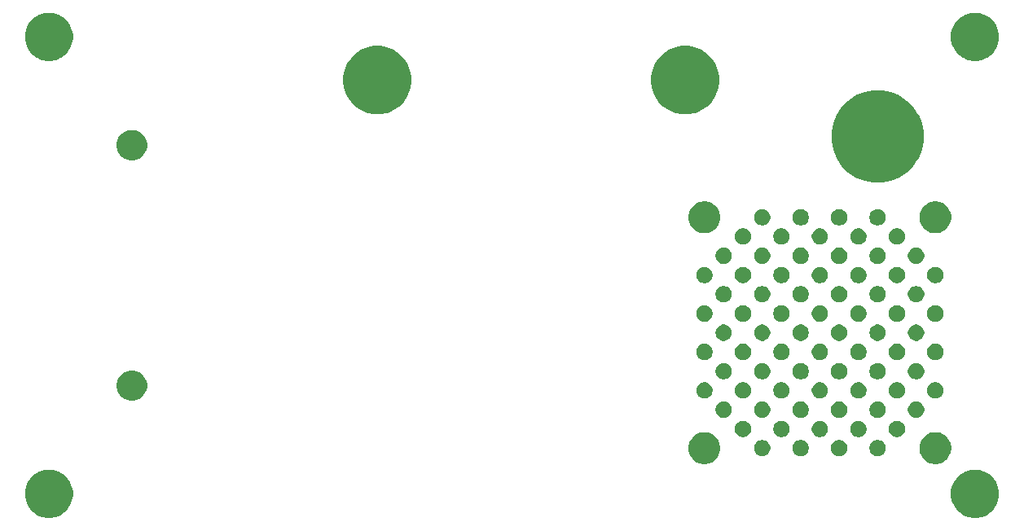
<source format=gts>
G04 #@! TF.GenerationSoftware,KiCad,Pcbnew,5.1.5-52549c5~84~ubuntu18.04.1*
G04 #@! TF.CreationDate,2020-03-29T21:39:51-07:00*
G04 #@! TF.ProjectId,endcap,656e6463-6170-42e6-9b69-6361645f7063,2.1*
G04 #@! TF.SameCoordinates,PX2faf080PY2faf080*
G04 #@! TF.FileFunction,Soldermask,Top*
G04 #@! TF.FilePolarity,Negative*
%FSLAX46Y46*%
G04 Gerber Fmt 4.6, Leading zero omitted, Abs format (unit mm)*
G04 Created by KiCad (PCBNEW 5.1.5-52549c5~84~ubuntu18.04.1) date 2020-03-29 21:39:51*
%MOMM*%
%LPD*%
G04 APERTURE LIST*
%ADD10C,0.100000*%
G04 APERTURE END LIST*
D10*
G36*
X101612921Y-48797056D02*
G01*
X101854515Y-48845112D01*
X102309668Y-49033643D01*
X102412769Y-49102533D01*
X102719294Y-49307346D01*
X103067654Y-49655706D01*
X103341358Y-50065334D01*
X103529888Y-50520486D01*
X103626000Y-51003672D01*
X103626000Y-51496328D01*
X103529888Y-51979514D01*
X103341358Y-52434666D01*
X103067654Y-52844294D01*
X102719294Y-53192654D01*
X102412769Y-53397467D01*
X102309668Y-53466357D01*
X101854515Y-53654888D01*
X101612921Y-53702944D01*
X101371328Y-53751000D01*
X100878672Y-53751000D01*
X100637079Y-53702944D01*
X100395485Y-53654888D01*
X99940332Y-53466357D01*
X99837231Y-53397467D01*
X99530706Y-53192654D01*
X99182346Y-52844294D01*
X98908642Y-52434666D01*
X98720112Y-51979514D01*
X98624000Y-51496328D01*
X98624000Y-51003672D01*
X98720112Y-50520486D01*
X98908642Y-50065334D01*
X99182346Y-49655706D01*
X99530706Y-49307346D01*
X99837231Y-49102533D01*
X99940332Y-49033643D01*
X100395485Y-48845112D01*
X100637079Y-48797056D01*
X100878672Y-48749000D01*
X101371328Y-48749000D01*
X101612921Y-48797056D01*
G37*
G36*
X5362921Y-48797056D02*
G01*
X5604515Y-48845112D01*
X6059668Y-49033643D01*
X6162769Y-49102533D01*
X6469294Y-49307346D01*
X6817654Y-49655706D01*
X7091358Y-50065334D01*
X7279888Y-50520486D01*
X7376000Y-51003672D01*
X7376000Y-51496328D01*
X7279888Y-51979514D01*
X7091358Y-52434666D01*
X6817654Y-52844294D01*
X6469294Y-53192654D01*
X6162769Y-53397467D01*
X6059668Y-53466357D01*
X5604515Y-53654888D01*
X5362921Y-53702944D01*
X5121328Y-53751000D01*
X4628672Y-53751000D01*
X4387079Y-53702944D01*
X4145485Y-53654888D01*
X3690332Y-53466357D01*
X3587231Y-53397467D01*
X3280706Y-53192654D01*
X2932346Y-52844294D01*
X2658642Y-52434666D01*
X2470112Y-51979514D01*
X2374000Y-51496328D01*
X2374000Y-51003672D01*
X2470112Y-50520486D01*
X2658642Y-50065334D01*
X2932346Y-49655706D01*
X3280706Y-49307346D01*
X3587231Y-49102533D01*
X3690332Y-49033643D01*
X4145485Y-48845112D01*
X4387079Y-48797056D01*
X4628672Y-48749000D01*
X5121328Y-48749000D01*
X5362921Y-48797056D01*
G37*
G36*
X97375256Y-44891298D02*
G01*
X97481579Y-44912447D01*
X97782042Y-45036903D01*
X98052451Y-45217585D01*
X98282415Y-45447549D01*
X98463097Y-45717958D01*
X98562327Y-45957519D01*
X98587553Y-46018422D01*
X98651000Y-46337389D01*
X98651000Y-46662611D01*
X98633969Y-46748229D01*
X98587553Y-46981579D01*
X98463097Y-47282042D01*
X98282415Y-47552451D01*
X98052451Y-47782415D01*
X97782042Y-47963097D01*
X97481579Y-48087553D01*
X97375256Y-48108702D01*
X97162611Y-48151000D01*
X96837389Y-48151000D01*
X96624744Y-48108702D01*
X96518421Y-48087553D01*
X96217958Y-47963097D01*
X95947549Y-47782415D01*
X95717585Y-47552451D01*
X95536903Y-47282042D01*
X95412447Y-46981579D01*
X95366031Y-46748229D01*
X95349000Y-46662611D01*
X95349000Y-46337389D01*
X95412447Y-46018422D01*
X95437674Y-45957519D01*
X95536903Y-45717958D01*
X95717585Y-45447549D01*
X95947549Y-45217585D01*
X96217958Y-45036903D01*
X96518421Y-44912447D01*
X96624744Y-44891298D01*
X96837389Y-44849000D01*
X97162611Y-44849000D01*
X97375256Y-44891298D01*
G37*
G36*
X73375256Y-44891298D02*
G01*
X73481579Y-44912447D01*
X73782042Y-45036903D01*
X74052451Y-45217585D01*
X74282415Y-45447549D01*
X74463097Y-45717958D01*
X74562327Y-45957519D01*
X74587553Y-46018422D01*
X74651000Y-46337389D01*
X74651000Y-46662611D01*
X74633969Y-46748229D01*
X74587553Y-46981579D01*
X74463097Y-47282042D01*
X74282415Y-47552451D01*
X74052451Y-47782415D01*
X73782042Y-47963097D01*
X73481579Y-48087553D01*
X73375256Y-48108702D01*
X73162611Y-48151000D01*
X72837389Y-48151000D01*
X72624744Y-48108702D01*
X72518421Y-48087553D01*
X72217958Y-47963097D01*
X71947549Y-47782415D01*
X71717585Y-47552451D01*
X71536903Y-47282042D01*
X71412447Y-46981579D01*
X71366031Y-46748229D01*
X71349000Y-46662611D01*
X71349000Y-46337389D01*
X71412447Y-46018422D01*
X71437674Y-45957519D01*
X71536903Y-45717958D01*
X71717585Y-45447549D01*
X71947549Y-45217585D01*
X72217958Y-45036903D01*
X72518421Y-44912447D01*
X72624744Y-44891298D01*
X72837389Y-44849000D01*
X73162611Y-44849000D01*
X73375256Y-44891298D01*
G37*
G36*
X91248228Y-45681703D02*
G01*
X91403100Y-45745853D01*
X91542481Y-45838985D01*
X91661015Y-45957519D01*
X91754147Y-46096900D01*
X91818297Y-46251772D01*
X91851000Y-46416184D01*
X91851000Y-46583816D01*
X91818297Y-46748228D01*
X91754147Y-46903100D01*
X91661015Y-47042481D01*
X91542481Y-47161015D01*
X91403100Y-47254147D01*
X91248228Y-47318297D01*
X91083816Y-47351000D01*
X90916184Y-47351000D01*
X90751772Y-47318297D01*
X90596900Y-47254147D01*
X90457519Y-47161015D01*
X90338985Y-47042481D01*
X90245853Y-46903100D01*
X90181703Y-46748228D01*
X90149000Y-46583816D01*
X90149000Y-46416184D01*
X90181703Y-46251772D01*
X90245853Y-46096900D01*
X90338985Y-45957519D01*
X90457519Y-45838985D01*
X90596900Y-45745853D01*
X90751772Y-45681703D01*
X90916184Y-45649000D01*
X91083816Y-45649000D01*
X91248228Y-45681703D01*
G37*
G36*
X87248228Y-45681703D02*
G01*
X87403100Y-45745853D01*
X87542481Y-45838985D01*
X87661015Y-45957519D01*
X87754147Y-46096900D01*
X87818297Y-46251772D01*
X87851000Y-46416184D01*
X87851000Y-46583816D01*
X87818297Y-46748228D01*
X87754147Y-46903100D01*
X87661015Y-47042481D01*
X87542481Y-47161015D01*
X87403100Y-47254147D01*
X87248228Y-47318297D01*
X87083816Y-47351000D01*
X86916184Y-47351000D01*
X86751772Y-47318297D01*
X86596900Y-47254147D01*
X86457519Y-47161015D01*
X86338985Y-47042481D01*
X86245853Y-46903100D01*
X86181703Y-46748228D01*
X86149000Y-46583816D01*
X86149000Y-46416184D01*
X86181703Y-46251772D01*
X86245853Y-46096900D01*
X86338985Y-45957519D01*
X86457519Y-45838985D01*
X86596900Y-45745853D01*
X86751772Y-45681703D01*
X86916184Y-45649000D01*
X87083816Y-45649000D01*
X87248228Y-45681703D01*
G37*
G36*
X83248228Y-45681703D02*
G01*
X83403100Y-45745853D01*
X83542481Y-45838985D01*
X83661015Y-45957519D01*
X83754147Y-46096900D01*
X83818297Y-46251772D01*
X83851000Y-46416184D01*
X83851000Y-46583816D01*
X83818297Y-46748228D01*
X83754147Y-46903100D01*
X83661015Y-47042481D01*
X83542481Y-47161015D01*
X83403100Y-47254147D01*
X83248228Y-47318297D01*
X83083816Y-47351000D01*
X82916184Y-47351000D01*
X82751772Y-47318297D01*
X82596900Y-47254147D01*
X82457519Y-47161015D01*
X82338985Y-47042481D01*
X82245853Y-46903100D01*
X82181703Y-46748228D01*
X82149000Y-46583816D01*
X82149000Y-46416184D01*
X82181703Y-46251772D01*
X82245853Y-46096900D01*
X82338985Y-45957519D01*
X82457519Y-45838985D01*
X82596900Y-45745853D01*
X82751772Y-45681703D01*
X82916184Y-45649000D01*
X83083816Y-45649000D01*
X83248228Y-45681703D01*
G37*
G36*
X79248228Y-45681703D02*
G01*
X79403100Y-45745853D01*
X79542481Y-45838985D01*
X79661015Y-45957519D01*
X79754147Y-46096900D01*
X79818297Y-46251772D01*
X79851000Y-46416184D01*
X79851000Y-46583816D01*
X79818297Y-46748228D01*
X79754147Y-46903100D01*
X79661015Y-47042481D01*
X79542481Y-47161015D01*
X79403100Y-47254147D01*
X79248228Y-47318297D01*
X79083816Y-47351000D01*
X78916184Y-47351000D01*
X78751772Y-47318297D01*
X78596900Y-47254147D01*
X78457519Y-47161015D01*
X78338985Y-47042481D01*
X78245853Y-46903100D01*
X78181703Y-46748228D01*
X78149000Y-46583816D01*
X78149000Y-46416184D01*
X78181703Y-46251772D01*
X78245853Y-46096900D01*
X78338985Y-45957519D01*
X78457519Y-45838985D01*
X78596900Y-45745853D01*
X78751772Y-45681703D01*
X78916184Y-45649000D01*
X79083816Y-45649000D01*
X79248228Y-45681703D01*
G37*
G36*
X77248228Y-43681703D02*
G01*
X77403100Y-43745853D01*
X77542481Y-43838985D01*
X77661015Y-43957519D01*
X77754147Y-44096900D01*
X77818297Y-44251772D01*
X77851000Y-44416184D01*
X77851000Y-44583816D01*
X77818297Y-44748228D01*
X77754147Y-44903100D01*
X77661015Y-45042481D01*
X77542481Y-45161015D01*
X77403100Y-45254147D01*
X77248228Y-45318297D01*
X77083816Y-45351000D01*
X76916184Y-45351000D01*
X76751772Y-45318297D01*
X76596900Y-45254147D01*
X76457519Y-45161015D01*
X76338985Y-45042481D01*
X76245853Y-44903100D01*
X76181703Y-44748228D01*
X76149000Y-44583816D01*
X76149000Y-44416184D01*
X76181703Y-44251772D01*
X76245853Y-44096900D01*
X76338985Y-43957519D01*
X76457519Y-43838985D01*
X76596900Y-43745853D01*
X76751772Y-43681703D01*
X76916184Y-43649000D01*
X77083816Y-43649000D01*
X77248228Y-43681703D01*
G37*
G36*
X81248228Y-43681703D02*
G01*
X81403100Y-43745853D01*
X81542481Y-43838985D01*
X81661015Y-43957519D01*
X81754147Y-44096900D01*
X81818297Y-44251772D01*
X81851000Y-44416184D01*
X81851000Y-44583816D01*
X81818297Y-44748228D01*
X81754147Y-44903100D01*
X81661015Y-45042481D01*
X81542481Y-45161015D01*
X81403100Y-45254147D01*
X81248228Y-45318297D01*
X81083816Y-45351000D01*
X80916184Y-45351000D01*
X80751772Y-45318297D01*
X80596900Y-45254147D01*
X80457519Y-45161015D01*
X80338985Y-45042481D01*
X80245853Y-44903100D01*
X80181703Y-44748228D01*
X80149000Y-44583816D01*
X80149000Y-44416184D01*
X80181703Y-44251772D01*
X80245853Y-44096900D01*
X80338985Y-43957519D01*
X80457519Y-43838985D01*
X80596900Y-43745853D01*
X80751772Y-43681703D01*
X80916184Y-43649000D01*
X81083816Y-43649000D01*
X81248228Y-43681703D01*
G37*
G36*
X85248228Y-43681703D02*
G01*
X85403100Y-43745853D01*
X85542481Y-43838985D01*
X85661015Y-43957519D01*
X85754147Y-44096900D01*
X85818297Y-44251772D01*
X85851000Y-44416184D01*
X85851000Y-44583816D01*
X85818297Y-44748228D01*
X85754147Y-44903100D01*
X85661015Y-45042481D01*
X85542481Y-45161015D01*
X85403100Y-45254147D01*
X85248228Y-45318297D01*
X85083816Y-45351000D01*
X84916184Y-45351000D01*
X84751772Y-45318297D01*
X84596900Y-45254147D01*
X84457519Y-45161015D01*
X84338985Y-45042481D01*
X84245853Y-44903100D01*
X84181703Y-44748228D01*
X84149000Y-44583816D01*
X84149000Y-44416184D01*
X84181703Y-44251772D01*
X84245853Y-44096900D01*
X84338985Y-43957519D01*
X84457519Y-43838985D01*
X84596900Y-43745853D01*
X84751772Y-43681703D01*
X84916184Y-43649000D01*
X85083816Y-43649000D01*
X85248228Y-43681703D01*
G37*
G36*
X89248228Y-43681703D02*
G01*
X89403100Y-43745853D01*
X89542481Y-43838985D01*
X89661015Y-43957519D01*
X89754147Y-44096900D01*
X89818297Y-44251772D01*
X89851000Y-44416184D01*
X89851000Y-44583816D01*
X89818297Y-44748228D01*
X89754147Y-44903100D01*
X89661015Y-45042481D01*
X89542481Y-45161015D01*
X89403100Y-45254147D01*
X89248228Y-45318297D01*
X89083816Y-45351000D01*
X88916184Y-45351000D01*
X88751772Y-45318297D01*
X88596900Y-45254147D01*
X88457519Y-45161015D01*
X88338985Y-45042481D01*
X88245853Y-44903100D01*
X88181703Y-44748228D01*
X88149000Y-44583816D01*
X88149000Y-44416184D01*
X88181703Y-44251772D01*
X88245853Y-44096900D01*
X88338985Y-43957519D01*
X88457519Y-43838985D01*
X88596900Y-43745853D01*
X88751772Y-43681703D01*
X88916184Y-43649000D01*
X89083816Y-43649000D01*
X89248228Y-43681703D01*
G37*
G36*
X93248228Y-43681703D02*
G01*
X93403100Y-43745853D01*
X93542481Y-43838985D01*
X93661015Y-43957519D01*
X93754147Y-44096900D01*
X93818297Y-44251772D01*
X93851000Y-44416184D01*
X93851000Y-44583816D01*
X93818297Y-44748228D01*
X93754147Y-44903100D01*
X93661015Y-45042481D01*
X93542481Y-45161015D01*
X93403100Y-45254147D01*
X93248228Y-45318297D01*
X93083816Y-45351000D01*
X92916184Y-45351000D01*
X92751772Y-45318297D01*
X92596900Y-45254147D01*
X92457519Y-45161015D01*
X92338985Y-45042481D01*
X92245853Y-44903100D01*
X92181703Y-44748228D01*
X92149000Y-44583816D01*
X92149000Y-44416184D01*
X92181703Y-44251772D01*
X92245853Y-44096900D01*
X92338985Y-43957519D01*
X92457519Y-43838985D01*
X92596900Y-43745853D01*
X92751772Y-43681703D01*
X92916184Y-43649000D01*
X93083816Y-43649000D01*
X93248228Y-43681703D01*
G37*
G36*
X75248228Y-41681703D02*
G01*
X75403100Y-41745853D01*
X75542481Y-41838985D01*
X75661015Y-41957519D01*
X75754147Y-42096900D01*
X75818297Y-42251772D01*
X75851000Y-42416184D01*
X75851000Y-42583816D01*
X75818297Y-42748228D01*
X75754147Y-42903100D01*
X75661015Y-43042481D01*
X75542481Y-43161015D01*
X75403100Y-43254147D01*
X75248228Y-43318297D01*
X75083816Y-43351000D01*
X74916184Y-43351000D01*
X74751772Y-43318297D01*
X74596900Y-43254147D01*
X74457519Y-43161015D01*
X74338985Y-43042481D01*
X74245853Y-42903100D01*
X74181703Y-42748228D01*
X74149000Y-42583816D01*
X74149000Y-42416184D01*
X74181703Y-42251772D01*
X74245853Y-42096900D01*
X74338985Y-41957519D01*
X74457519Y-41838985D01*
X74596900Y-41745853D01*
X74751772Y-41681703D01*
X74916184Y-41649000D01*
X75083816Y-41649000D01*
X75248228Y-41681703D01*
G37*
G36*
X79248228Y-41681703D02*
G01*
X79403100Y-41745853D01*
X79542481Y-41838985D01*
X79661015Y-41957519D01*
X79754147Y-42096900D01*
X79818297Y-42251772D01*
X79851000Y-42416184D01*
X79851000Y-42583816D01*
X79818297Y-42748228D01*
X79754147Y-42903100D01*
X79661015Y-43042481D01*
X79542481Y-43161015D01*
X79403100Y-43254147D01*
X79248228Y-43318297D01*
X79083816Y-43351000D01*
X78916184Y-43351000D01*
X78751772Y-43318297D01*
X78596900Y-43254147D01*
X78457519Y-43161015D01*
X78338985Y-43042481D01*
X78245853Y-42903100D01*
X78181703Y-42748228D01*
X78149000Y-42583816D01*
X78149000Y-42416184D01*
X78181703Y-42251772D01*
X78245853Y-42096900D01*
X78338985Y-41957519D01*
X78457519Y-41838985D01*
X78596900Y-41745853D01*
X78751772Y-41681703D01*
X78916184Y-41649000D01*
X79083816Y-41649000D01*
X79248228Y-41681703D01*
G37*
G36*
X91248228Y-41681703D02*
G01*
X91403100Y-41745853D01*
X91542481Y-41838985D01*
X91661015Y-41957519D01*
X91754147Y-42096900D01*
X91818297Y-42251772D01*
X91851000Y-42416184D01*
X91851000Y-42583816D01*
X91818297Y-42748228D01*
X91754147Y-42903100D01*
X91661015Y-43042481D01*
X91542481Y-43161015D01*
X91403100Y-43254147D01*
X91248228Y-43318297D01*
X91083816Y-43351000D01*
X90916184Y-43351000D01*
X90751772Y-43318297D01*
X90596900Y-43254147D01*
X90457519Y-43161015D01*
X90338985Y-43042481D01*
X90245853Y-42903100D01*
X90181703Y-42748228D01*
X90149000Y-42583816D01*
X90149000Y-42416184D01*
X90181703Y-42251772D01*
X90245853Y-42096900D01*
X90338985Y-41957519D01*
X90457519Y-41838985D01*
X90596900Y-41745853D01*
X90751772Y-41681703D01*
X90916184Y-41649000D01*
X91083816Y-41649000D01*
X91248228Y-41681703D01*
G37*
G36*
X83248228Y-41681703D02*
G01*
X83403100Y-41745853D01*
X83542481Y-41838985D01*
X83661015Y-41957519D01*
X83754147Y-42096900D01*
X83818297Y-42251772D01*
X83851000Y-42416184D01*
X83851000Y-42583816D01*
X83818297Y-42748228D01*
X83754147Y-42903100D01*
X83661015Y-43042481D01*
X83542481Y-43161015D01*
X83403100Y-43254147D01*
X83248228Y-43318297D01*
X83083816Y-43351000D01*
X82916184Y-43351000D01*
X82751772Y-43318297D01*
X82596900Y-43254147D01*
X82457519Y-43161015D01*
X82338985Y-43042481D01*
X82245853Y-42903100D01*
X82181703Y-42748228D01*
X82149000Y-42583816D01*
X82149000Y-42416184D01*
X82181703Y-42251772D01*
X82245853Y-42096900D01*
X82338985Y-41957519D01*
X82457519Y-41838985D01*
X82596900Y-41745853D01*
X82751772Y-41681703D01*
X82916184Y-41649000D01*
X83083816Y-41649000D01*
X83248228Y-41681703D01*
G37*
G36*
X87248228Y-41681703D02*
G01*
X87403100Y-41745853D01*
X87542481Y-41838985D01*
X87661015Y-41957519D01*
X87754147Y-42096900D01*
X87818297Y-42251772D01*
X87851000Y-42416184D01*
X87851000Y-42583816D01*
X87818297Y-42748228D01*
X87754147Y-42903100D01*
X87661015Y-43042481D01*
X87542481Y-43161015D01*
X87403100Y-43254147D01*
X87248228Y-43318297D01*
X87083816Y-43351000D01*
X86916184Y-43351000D01*
X86751772Y-43318297D01*
X86596900Y-43254147D01*
X86457519Y-43161015D01*
X86338985Y-43042481D01*
X86245853Y-42903100D01*
X86181703Y-42748228D01*
X86149000Y-42583816D01*
X86149000Y-42416184D01*
X86181703Y-42251772D01*
X86245853Y-42096900D01*
X86338985Y-41957519D01*
X86457519Y-41838985D01*
X86596900Y-41745853D01*
X86751772Y-41681703D01*
X86916184Y-41649000D01*
X87083816Y-41649000D01*
X87248228Y-41681703D01*
G37*
G36*
X95248228Y-41681703D02*
G01*
X95403100Y-41745853D01*
X95542481Y-41838985D01*
X95661015Y-41957519D01*
X95754147Y-42096900D01*
X95818297Y-42251772D01*
X95851000Y-42416184D01*
X95851000Y-42583816D01*
X95818297Y-42748228D01*
X95754147Y-42903100D01*
X95661015Y-43042481D01*
X95542481Y-43161015D01*
X95403100Y-43254147D01*
X95248228Y-43318297D01*
X95083816Y-43351000D01*
X94916184Y-43351000D01*
X94751772Y-43318297D01*
X94596900Y-43254147D01*
X94457519Y-43161015D01*
X94338985Y-43042481D01*
X94245853Y-42903100D01*
X94181703Y-42748228D01*
X94149000Y-42583816D01*
X94149000Y-42416184D01*
X94181703Y-42251772D01*
X94245853Y-42096900D01*
X94338985Y-41957519D01*
X94457519Y-41838985D01*
X94596900Y-41745853D01*
X94751772Y-41681703D01*
X94916184Y-41649000D01*
X95083816Y-41649000D01*
X95248228Y-41681703D01*
G37*
G36*
X13731083Y-38439090D02*
G01*
X13959702Y-38484564D01*
X14246516Y-38603367D01*
X14504642Y-38775841D01*
X14724159Y-38995358D01*
X14896633Y-39253484D01*
X15015436Y-39540298D01*
X15076000Y-39844778D01*
X15076000Y-40155222D01*
X15015436Y-40459702D01*
X14896633Y-40746516D01*
X14724159Y-41004642D01*
X14504642Y-41224159D01*
X14246516Y-41396633D01*
X13959702Y-41515436D01*
X13731083Y-41560910D01*
X13655224Y-41576000D01*
X13344776Y-41576000D01*
X13268917Y-41560910D01*
X13040298Y-41515436D01*
X12753484Y-41396633D01*
X12495358Y-41224159D01*
X12275841Y-41004642D01*
X12103367Y-40746516D01*
X11984564Y-40459702D01*
X11924000Y-40155222D01*
X11924000Y-39844778D01*
X11984564Y-39540298D01*
X12103367Y-39253484D01*
X12275841Y-38995358D01*
X12495358Y-38775841D01*
X12753484Y-38603367D01*
X13040298Y-38484564D01*
X13268917Y-38439090D01*
X13344776Y-38424000D01*
X13655224Y-38424000D01*
X13731083Y-38439090D01*
G37*
G36*
X97248228Y-39681703D02*
G01*
X97403100Y-39745853D01*
X97542481Y-39838985D01*
X97661015Y-39957519D01*
X97754147Y-40096900D01*
X97818297Y-40251772D01*
X97851000Y-40416184D01*
X97851000Y-40583816D01*
X97818297Y-40748228D01*
X97754147Y-40903100D01*
X97661015Y-41042481D01*
X97542481Y-41161015D01*
X97403100Y-41254147D01*
X97248228Y-41318297D01*
X97083816Y-41351000D01*
X96916184Y-41351000D01*
X96751772Y-41318297D01*
X96596900Y-41254147D01*
X96457519Y-41161015D01*
X96338985Y-41042481D01*
X96245853Y-40903100D01*
X96181703Y-40748228D01*
X96149000Y-40583816D01*
X96149000Y-40416184D01*
X96181703Y-40251772D01*
X96245853Y-40096900D01*
X96338985Y-39957519D01*
X96457519Y-39838985D01*
X96596900Y-39745853D01*
X96751772Y-39681703D01*
X96916184Y-39649000D01*
X97083816Y-39649000D01*
X97248228Y-39681703D01*
G37*
G36*
X81248228Y-39681703D02*
G01*
X81403100Y-39745853D01*
X81542481Y-39838985D01*
X81661015Y-39957519D01*
X81754147Y-40096900D01*
X81818297Y-40251772D01*
X81851000Y-40416184D01*
X81851000Y-40583816D01*
X81818297Y-40748228D01*
X81754147Y-40903100D01*
X81661015Y-41042481D01*
X81542481Y-41161015D01*
X81403100Y-41254147D01*
X81248228Y-41318297D01*
X81083816Y-41351000D01*
X80916184Y-41351000D01*
X80751772Y-41318297D01*
X80596900Y-41254147D01*
X80457519Y-41161015D01*
X80338985Y-41042481D01*
X80245853Y-40903100D01*
X80181703Y-40748228D01*
X80149000Y-40583816D01*
X80149000Y-40416184D01*
X80181703Y-40251772D01*
X80245853Y-40096900D01*
X80338985Y-39957519D01*
X80457519Y-39838985D01*
X80596900Y-39745853D01*
X80751772Y-39681703D01*
X80916184Y-39649000D01*
X81083816Y-39649000D01*
X81248228Y-39681703D01*
G37*
G36*
X77248228Y-39681703D02*
G01*
X77403100Y-39745853D01*
X77542481Y-39838985D01*
X77661015Y-39957519D01*
X77754147Y-40096900D01*
X77818297Y-40251772D01*
X77851000Y-40416184D01*
X77851000Y-40583816D01*
X77818297Y-40748228D01*
X77754147Y-40903100D01*
X77661015Y-41042481D01*
X77542481Y-41161015D01*
X77403100Y-41254147D01*
X77248228Y-41318297D01*
X77083816Y-41351000D01*
X76916184Y-41351000D01*
X76751772Y-41318297D01*
X76596900Y-41254147D01*
X76457519Y-41161015D01*
X76338985Y-41042481D01*
X76245853Y-40903100D01*
X76181703Y-40748228D01*
X76149000Y-40583816D01*
X76149000Y-40416184D01*
X76181703Y-40251772D01*
X76245853Y-40096900D01*
X76338985Y-39957519D01*
X76457519Y-39838985D01*
X76596900Y-39745853D01*
X76751772Y-39681703D01*
X76916184Y-39649000D01*
X77083816Y-39649000D01*
X77248228Y-39681703D01*
G37*
G36*
X73248228Y-39681703D02*
G01*
X73403100Y-39745853D01*
X73542481Y-39838985D01*
X73661015Y-39957519D01*
X73754147Y-40096900D01*
X73818297Y-40251772D01*
X73851000Y-40416184D01*
X73851000Y-40583816D01*
X73818297Y-40748228D01*
X73754147Y-40903100D01*
X73661015Y-41042481D01*
X73542481Y-41161015D01*
X73403100Y-41254147D01*
X73248228Y-41318297D01*
X73083816Y-41351000D01*
X72916184Y-41351000D01*
X72751772Y-41318297D01*
X72596900Y-41254147D01*
X72457519Y-41161015D01*
X72338985Y-41042481D01*
X72245853Y-40903100D01*
X72181703Y-40748228D01*
X72149000Y-40583816D01*
X72149000Y-40416184D01*
X72181703Y-40251772D01*
X72245853Y-40096900D01*
X72338985Y-39957519D01*
X72457519Y-39838985D01*
X72596900Y-39745853D01*
X72751772Y-39681703D01*
X72916184Y-39649000D01*
X73083816Y-39649000D01*
X73248228Y-39681703D01*
G37*
G36*
X93248228Y-39681703D02*
G01*
X93403100Y-39745853D01*
X93542481Y-39838985D01*
X93661015Y-39957519D01*
X93754147Y-40096900D01*
X93818297Y-40251772D01*
X93851000Y-40416184D01*
X93851000Y-40583816D01*
X93818297Y-40748228D01*
X93754147Y-40903100D01*
X93661015Y-41042481D01*
X93542481Y-41161015D01*
X93403100Y-41254147D01*
X93248228Y-41318297D01*
X93083816Y-41351000D01*
X92916184Y-41351000D01*
X92751772Y-41318297D01*
X92596900Y-41254147D01*
X92457519Y-41161015D01*
X92338985Y-41042481D01*
X92245853Y-40903100D01*
X92181703Y-40748228D01*
X92149000Y-40583816D01*
X92149000Y-40416184D01*
X92181703Y-40251772D01*
X92245853Y-40096900D01*
X92338985Y-39957519D01*
X92457519Y-39838985D01*
X92596900Y-39745853D01*
X92751772Y-39681703D01*
X92916184Y-39649000D01*
X93083816Y-39649000D01*
X93248228Y-39681703D01*
G37*
G36*
X85248228Y-39681703D02*
G01*
X85403100Y-39745853D01*
X85542481Y-39838985D01*
X85661015Y-39957519D01*
X85754147Y-40096900D01*
X85818297Y-40251772D01*
X85851000Y-40416184D01*
X85851000Y-40583816D01*
X85818297Y-40748228D01*
X85754147Y-40903100D01*
X85661015Y-41042481D01*
X85542481Y-41161015D01*
X85403100Y-41254147D01*
X85248228Y-41318297D01*
X85083816Y-41351000D01*
X84916184Y-41351000D01*
X84751772Y-41318297D01*
X84596900Y-41254147D01*
X84457519Y-41161015D01*
X84338985Y-41042481D01*
X84245853Y-40903100D01*
X84181703Y-40748228D01*
X84149000Y-40583816D01*
X84149000Y-40416184D01*
X84181703Y-40251772D01*
X84245853Y-40096900D01*
X84338985Y-39957519D01*
X84457519Y-39838985D01*
X84596900Y-39745853D01*
X84751772Y-39681703D01*
X84916184Y-39649000D01*
X85083816Y-39649000D01*
X85248228Y-39681703D01*
G37*
G36*
X89248228Y-39681703D02*
G01*
X89403100Y-39745853D01*
X89542481Y-39838985D01*
X89661015Y-39957519D01*
X89754147Y-40096900D01*
X89818297Y-40251772D01*
X89851000Y-40416184D01*
X89851000Y-40583816D01*
X89818297Y-40748228D01*
X89754147Y-40903100D01*
X89661015Y-41042481D01*
X89542481Y-41161015D01*
X89403100Y-41254147D01*
X89248228Y-41318297D01*
X89083816Y-41351000D01*
X88916184Y-41351000D01*
X88751772Y-41318297D01*
X88596900Y-41254147D01*
X88457519Y-41161015D01*
X88338985Y-41042481D01*
X88245853Y-40903100D01*
X88181703Y-40748228D01*
X88149000Y-40583816D01*
X88149000Y-40416184D01*
X88181703Y-40251772D01*
X88245853Y-40096900D01*
X88338985Y-39957519D01*
X88457519Y-39838985D01*
X88596900Y-39745853D01*
X88751772Y-39681703D01*
X88916184Y-39649000D01*
X89083816Y-39649000D01*
X89248228Y-39681703D01*
G37*
G36*
X95248228Y-37681703D02*
G01*
X95403100Y-37745853D01*
X95542481Y-37838985D01*
X95661015Y-37957519D01*
X95754147Y-38096900D01*
X95818297Y-38251772D01*
X95851000Y-38416184D01*
X95851000Y-38583816D01*
X95818297Y-38748228D01*
X95754147Y-38903100D01*
X95661015Y-39042481D01*
X95542481Y-39161015D01*
X95403100Y-39254147D01*
X95248228Y-39318297D01*
X95083816Y-39351000D01*
X94916184Y-39351000D01*
X94751772Y-39318297D01*
X94596900Y-39254147D01*
X94457519Y-39161015D01*
X94338985Y-39042481D01*
X94245853Y-38903100D01*
X94181703Y-38748228D01*
X94149000Y-38583816D01*
X94149000Y-38416184D01*
X94181703Y-38251772D01*
X94245853Y-38096900D01*
X94338985Y-37957519D01*
X94457519Y-37838985D01*
X94596900Y-37745853D01*
X94751772Y-37681703D01*
X94916184Y-37649000D01*
X95083816Y-37649000D01*
X95248228Y-37681703D01*
G37*
G36*
X75248228Y-37681703D02*
G01*
X75403100Y-37745853D01*
X75542481Y-37838985D01*
X75661015Y-37957519D01*
X75754147Y-38096900D01*
X75818297Y-38251772D01*
X75851000Y-38416184D01*
X75851000Y-38583816D01*
X75818297Y-38748228D01*
X75754147Y-38903100D01*
X75661015Y-39042481D01*
X75542481Y-39161015D01*
X75403100Y-39254147D01*
X75248228Y-39318297D01*
X75083816Y-39351000D01*
X74916184Y-39351000D01*
X74751772Y-39318297D01*
X74596900Y-39254147D01*
X74457519Y-39161015D01*
X74338985Y-39042481D01*
X74245853Y-38903100D01*
X74181703Y-38748228D01*
X74149000Y-38583816D01*
X74149000Y-38416184D01*
X74181703Y-38251772D01*
X74245853Y-38096900D01*
X74338985Y-37957519D01*
X74457519Y-37838985D01*
X74596900Y-37745853D01*
X74751772Y-37681703D01*
X74916184Y-37649000D01*
X75083816Y-37649000D01*
X75248228Y-37681703D01*
G37*
G36*
X79248228Y-37681703D02*
G01*
X79403100Y-37745853D01*
X79542481Y-37838985D01*
X79661015Y-37957519D01*
X79754147Y-38096900D01*
X79818297Y-38251772D01*
X79851000Y-38416184D01*
X79851000Y-38583816D01*
X79818297Y-38748228D01*
X79754147Y-38903100D01*
X79661015Y-39042481D01*
X79542481Y-39161015D01*
X79403100Y-39254147D01*
X79248228Y-39318297D01*
X79083816Y-39351000D01*
X78916184Y-39351000D01*
X78751772Y-39318297D01*
X78596900Y-39254147D01*
X78457519Y-39161015D01*
X78338985Y-39042481D01*
X78245853Y-38903100D01*
X78181703Y-38748228D01*
X78149000Y-38583816D01*
X78149000Y-38416184D01*
X78181703Y-38251772D01*
X78245853Y-38096900D01*
X78338985Y-37957519D01*
X78457519Y-37838985D01*
X78596900Y-37745853D01*
X78751772Y-37681703D01*
X78916184Y-37649000D01*
X79083816Y-37649000D01*
X79248228Y-37681703D01*
G37*
G36*
X83248228Y-37681703D02*
G01*
X83403100Y-37745853D01*
X83542481Y-37838985D01*
X83661015Y-37957519D01*
X83754147Y-38096900D01*
X83818297Y-38251772D01*
X83851000Y-38416184D01*
X83851000Y-38583816D01*
X83818297Y-38748228D01*
X83754147Y-38903100D01*
X83661015Y-39042481D01*
X83542481Y-39161015D01*
X83403100Y-39254147D01*
X83248228Y-39318297D01*
X83083816Y-39351000D01*
X82916184Y-39351000D01*
X82751772Y-39318297D01*
X82596900Y-39254147D01*
X82457519Y-39161015D01*
X82338985Y-39042481D01*
X82245853Y-38903100D01*
X82181703Y-38748228D01*
X82149000Y-38583816D01*
X82149000Y-38416184D01*
X82181703Y-38251772D01*
X82245853Y-38096900D01*
X82338985Y-37957519D01*
X82457519Y-37838985D01*
X82596900Y-37745853D01*
X82751772Y-37681703D01*
X82916184Y-37649000D01*
X83083816Y-37649000D01*
X83248228Y-37681703D01*
G37*
G36*
X87248228Y-37681703D02*
G01*
X87403100Y-37745853D01*
X87542481Y-37838985D01*
X87661015Y-37957519D01*
X87754147Y-38096900D01*
X87818297Y-38251772D01*
X87851000Y-38416184D01*
X87851000Y-38583816D01*
X87818297Y-38748228D01*
X87754147Y-38903100D01*
X87661015Y-39042481D01*
X87542481Y-39161015D01*
X87403100Y-39254147D01*
X87248228Y-39318297D01*
X87083816Y-39351000D01*
X86916184Y-39351000D01*
X86751772Y-39318297D01*
X86596900Y-39254147D01*
X86457519Y-39161015D01*
X86338985Y-39042481D01*
X86245853Y-38903100D01*
X86181703Y-38748228D01*
X86149000Y-38583816D01*
X86149000Y-38416184D01*
X86181703Y-38251772D01*
X86245853Y-38096900D01*
X86338985Y-37957519D01*
X86457519Y-37838985D01*
X86596900Y-37745853D01*
X86751772Y-37681703D01*
X86916184Y-37649000D01*
X87083816Y-37649000D01*
X87248228Y-37681703D01*
G37*
G36*
X91248228Y-37681703D02*
G01*
X91403100Y-37745853D01*
X91542481Y-37838985D01*
X91661015Y-37957519D01*
X91754147Y-38096900D01*
X91818297Y-38251772D01*
X91851000Y-38416184D01*
X91851000Y-38583816D01*
X91818297Y-38748228D01*
X91754147Y-38903100D01*
X91661015Y-39042481D01*
X91542481Y-39161015D01*
X91403100Y-39254147D01*
X91248228Y-39318297D01*
X91083816Y-39351000D01*
X90916184Y-39351000D01*
X90751772Y-39318297D01*
X90596900Y-39254147D01*
X90457519Y-39161015D01*
X90338985Y-39042481D01*
X90245853Y-38903100D01*
X90181703Y-38748228D01*
X90149000Y-38583816D01*
X90149000Y-38416184D01*
X90181703Y-38251772D01*
X90245853Y-38096900D01*
X90338985Y-37957519D01*
X90457519Y-37838985D01*
X90596900Y-37745853D01*
X90751772Y-37681703D01*
X90916184Y-37649000D01*
X91083816Y-37649000D01*
X91248228Y-37681703D01*
G37*
G36*
X73248228Y-35681703D02*
G01*
X73403100Y-35745853D01*
X73542481Y-35838985D01*
X73661015Y-35957519D01*
X73754147Y-36096900D01*
X73818297Y-36251772D01*
X73851000Y-36416184D01*
X73851000Y-36583816D01*
X73818297Y-36748228D01*
X73754147Y-36903100D01*
X73661015Y-37042481D01*
X73542481Y-37161015D01*
X73403100Y-37254147D01*
X73248228Y-37318297D01*
X73083816Y-37351000D01*
X72916184Y-37351000D01*
X72751772Y-37318297D01*
X72596900Y-37254147D01*
X72457519Y-37161015D01*
X72338985Y-37042481D01*
X72245853Y-36903100D01*
X72181703Y-36748228D01*
X72149000Y-36583816D01*
X72149000Y-36416184D01*
X72181703Y-36251772D01*
X72245853Y-36096900D01*
X72338985Y-35957519D01*
X72457519Y-35838985D01*
X72596900Y-35745853D01*
X72751772Y-35681703D01*
X72916184Y-35649000D01*
X73083816Y-35649000D01*
X73248228Y-35681703D01*
G37*
G36*
X89248228Y-35681703D02*
G01*
X89403100Y-35745853D01*
X89542481Y-35838985D01*
X89661015Y-35957519D01*
X89754147Y-36096900D01*
X89818297Y-36251772D01*
X89851000Y-36416184D01*
X89851000Y-36583816D01*
X89818297Y-36748228D01*
X89754147Y-36903100D01*
X89661015Y-37042481D01*
X89542481Y-37161015D01*
X89403100Y-37254147D01*
X89248228Y-37318297D01*
X89083816Y-37351000D01*
X88916184Y-37351000D01*
X88751772Y-37318297D01*
X88596900Y-37254147D01*
X88457519Y-37161015D01*
X88338985Y-37042481D01*
X88245853Y-36903100D01*
X88181703Y-36748228D01*
X88149000Y-36583816D01*
X88149000Y-36416184D01*
X88181703Y-36251772D01*
X88245853Y-36096900D01*
X88338985Y-35957519D01*
X88457519Y-35838985D01*
X88596900Y-35745853D01*
X88751772Y-35681703D01*
X88916184Y-35649000D01*
X89083816Y-35649000D01*
X89248228Y-35681703D01*
G37*
G36*
X93248228Y-35681703D02*
G01*
X93403100Y-35745853D01*
X93542481Y-35838985D01*
X93661015Y-35957519D01*
X93754147Y-36096900D01*
X93818297Y-36251772D01*
X93851000Y-36416184D01*
X93851000Y-36583816D01*
X93818297Y-36748228D01*
X93754147Y-36903100D01*
X93661015Y-37042481D01*
X93542481Y-37161015D01*
X93403100Y-37254147D01*
X93248228Y-37318297D01*
X93083816Y-37351000D01*
X92916184Y-37351000D01*
X92751772Y-37318297D01*
X92596900Y-37254147D01*
X92457519Y-37161015D01*
X92338985Y-37042481D01*
X92245853Y-36903100D01*
X92181703Y-36748228D01*
X92149000Y-36583816D01*
X92149000Y-36416184D01*
X92181703Y-36251772D01*
X92245853Y-36096900D01*
X92338985Y-35957519D01*
X92457519Y-35838985D01*
X92596900Y-35745853D01*
X92751772Y-35681703D01*
X92916184Y-35649000D01*
X93083816Y-35649000D01*
X93248228Y-35681703D01*
G37*
G36*
X97248228Y-35681703D02*
G01*
X97403100Y-35745853D01*
X97542481Y-35838985D01*
X97661015Y-35957519D01*
X97754147Y-36096900D01*
X97818297Y-36251772D01*
X97851000Y-36416184D01*
X97851000Y-36583816D01*
X97818297Y-36748228D01*
X97754147Y-36903100D01*
X97661015Y-37042481D01*
X97542481Y-37161015D01*
X97403100Y-37254147D01*
X97248228Y-37318297D01*
X97083816Y-37351000D01*
X96916184Y-37351000D01*
X96751772Y-37318297D01*
X96596900Y-37254147D01*
X96457519Y-37161015D01*
X96338985Y-37042481D01*
X96245853Y-36903100D01*
X96181703Y-36748228D01*
X96149000Y-36583816D01*
X96149000Y-36416184D01*
X96181703Y-36251772D01*
X96245853Y-36096900D01*
X96338985Y-35957519D01*
X96457519Y-35838985D01*
X96596900Y-35745853D01*
X96751772Y-35681703D01*
X96916184Y-35649000D01*
X97083816Y-35649000D01*
X97248228Y-35681703D01*
G37*
G36*
X85248228Y-35681703D02*
G01*
X85403100Y-35745853D01*
X85542481Y-35838985D01*
X85661015Y-35957519D01*
X85754147Y-36096900D01*
X85818297Y-36251772D01*
X85851000Y-36416184D01*
X85851000Y-36583816D01*
X85818297Y-36748228D01*
X85754147Y-36903100D01*
X85661015Y-37042481D01*
X85542481Y-37161015D01*
X85403100Y-37254147D01*
X85248228Y-37318297D01*
X85083816Y-37351000D01*
X84916184Y-37351000D01*
X84751772Y-37318297D01*
X84596900Y-37254147D01*
X84457519Y-37161015D01*
X84338985Y-37042481D01*
X84245853Y-36903100D01*
X84181703Y-36748228D01*
X84149000Y-36583816D01*
X84149000Y-36416184D01*
X84181703Y-36251772D01*
X84245853Y-36096900D01*
X84338985Y-35957519D01*
X84457519Y-35838985D01*
X84596900Y-35745853D01*
X84751772Y-35681703D01*
X84916184Y-35649000D01*
X85083816Y-35649000D01*
X85248228Y-35681703D01*
G37*
G36*
X81248228Y-35681703D02*
G01*
X81403100Y-35745853D01*
X81542481Y-35838985D01*
X81661015Y-35957519D01*
X81754147Y-36096900D01*
X81818297Y-36251772D01*
X81851000Y-36416184D01*
X81851000Y-36583816D01*
X81818297Y-36748228D01*
X81754147Y-36903100D01*
X81661015Y-37042481D01*
X81542481Y-37161015D01*
X81403100Y-37254147D01*
X81248228Y-37318297D01*
X81083816Y-37351000D01*
X80916184Y-37351000D01*
X80751772Y-37318297D01*
X80596900Y-37254147D01*
X80457519Y-37161015D01*
X80338985Y-37042481D01*
X80245853Y-36903100D01*
X80181703Y-36748228D01*
X80149000Y-36583816D01*
X80149000Y-36416184D01*
X80181703Y-36251772D01*
X80245853Y-36096900D01*
X80338985Y-35957519D01*
X80457519Y-35838985D01*
X80596900Y-35745853D01*
X80751772Y-35681703D01*
X80916184Y-35649000D01*
X81083816Y-35649000D01*
X81248228Y-35681703D01*
G37*
G36*
X77248228Y-35681703D02*
G01*
X77403100Y-35745853D01*
X77542481Y-35838985D01*
X77661015Y-35957519D01*
X77754147Y-36096900D01*
X77818297Y-36251772D01*
X77851000Y-36416184D01*
X77851000Y-36583816D01*
X77818297Y-36748228D01*
X77754147Y-36903100D01*
X77661015Y-37042481D01*
X77542481Y-37161015D01*
X77403100Y-37254147D01*
X77248228Y-37318297D01*
X77083816Y-37351000D01*
X76916184Y-37351000D01*
X76751772Y-37318297D01*
X76596900Y-37254147D01*
X76457519Y-37161015D01*
X76338985Y-37042481D01*
X76245853Y-36903100D01*
X76181703Y-36748228D01*
X76149000Y-36583816D01*
X76149000Y-36416184D01*
X76181703Y-36251772D01*
X76245853Y-36096900D01*
X76338985Y-35957519D01*
X76457519Y-35838985D01*
X76596900Y-35745853D01*
X76751772Y-35681703D01*
X76916184Y-35649000D01*
X77083816Y-35649000D01*
X77248228Y-35681703D01*
G37*
G36*
X79248228Y-33681703D02*
G01*
X79403100Y-33745853D01*
X79542481Y-33838985D01*
X79661015Y-33957519D01*
X79754147Y-34096900D01*
X79818297Y-34251772D01*
X79851000Y-34416184D01*
X79851000Y-34583816D01*
X79818297Y-34748228D01*
X79754147Y-34903100D01*
X79661015Y-35042481D01*
X79542481Y-35161015D01*
X79403100Y-35254147D01*
X79248228Y-35318297D01*
X79083816Y-35351000D01*
X78916184Y-35351000D01*
X78751772Y-35318297D01*
X78596900Y-35254147D01*
X78457519Y-35161015D01*
X78338985Y-35042481D01*
X78245853Y-34903100D01*
X78181703Y-34748228D01*
X78149000Y-34583816D01*
X78149000Y-34416184D01*
X78181703Y-34251772D01*
X78245853Y-34096900D01*
X78338985Y-33957519D01*
X78457519Y-33838985D01*
X78596900Y-33745853D01*
X78751772Y-33681703D01*
X78916184Y-33649000D01*
X79083816Y-33649000D01*
X79248228Y-33681703D01*
G37*
G36*
X83248228Y-33681703D02*
G01*
X83403100Y-33745853D01*
X83542481Y-33838985D01*
X83661015Y-33957519D01*
X83754147Y-34096900D01*
X83818297Y-34251772D01*
X83851000Y-34416184D01*
X83851000Y-34583816D01*
X83818297Y-34748228D01*
X83754147Y-34903100D01*
X83661015Y-35042481D01*
X83542481Y-35161015D01*
X83403100Y-35254147D01*
X83248228Y-35318297D01*
X83083816Y-35351000D01*
X82916184Y-35351000D01*
X82751772Y-35318297D01*
X82596900Y-35254147D01*
X82457519Y-35161015D01*
X82338985Y-35042481D01*
X82245853Y-34903100D01*
X82181703Y-34748228D01*
X82149000Y-34583816D01*
X82149000Y-34416184D01*
X82181703Y-34251772D01*
X82245853Y-34096900D01*
X82338985Y-33957519D01*
X82457519Y-33838985D01*
X82596900Y-33745853D01*
X82751772Y-33681703D01*
X82916184Y-33649000D01*
X83083816Y-33649000D01*
X83248228Y-33681703D01*
G37*
G36*
X87248228Y-33681703D02*
G01*
X87403100Y-33745853D01*
X87542481Y-33838985D01*
X87661015Y-33957519D01*
X87754147Y-34096900D01*
X87818297Y-34251772D01*
X87851000Y-34416184D01*
X87851000Y-34583816D01*
X87818297Y-34748228D01*
X87754147Y-34903100D01*
X87661015Y-35042481D01*
X87542481Y-35161015D01*
X87403100Y-35254147D01*
X87248228Y-35318297D01*
X87083816Y-35351000D01*
X86916184Y-35351000D01*
X86751772Y-35318297D01*
X86596900Y-35254147D01*
X86457519Y-35161015D01*
X86338985Y-35042481D01*
X86245853Y-34903100D01*
X86181703Y-34748228D01*
X86149000Y-34583816D01*
X86149000Y-34416184D01*
X86181703Y-34251772D01*
X86245853Y-34096900D01*
X86338985Y-33957519D01*
X86457519Y-33838985D01*
X86596900Y-33745853D01*
X86751772Y-33681703D01*
X86916184Y-33649000D01*
X87083816Y-33649000D01*
X87248228Y-33681703D01*
G37*
G36*
X95248228Y-33681703D02*
G01*
X95403100Y-33745853D01*
X95542481Y-33838985D01*
X95661015Y-33957519D01*
X95754147Y-34096900D01*
X95818297Y-34251772D01*
X95851000Y-34416184D01*
X95851000Y-34583816D01*
X95818297Y-34748228D01*
X95754147Y-34903100D01*
X95661015Y-35042481D01*
X95542481Y-35161015D01*
X95403100Y-35254147D01*
X95248228Y-35318297D01*
X95083816Y-35351000D01*
X94916184Y-35351000D01*
X94751772Y-35318297D01*
X94596900Y-35254147D01*
X94457519Y-35161015D01*
X94338985Y-35042481D01*
X94245853Y-34903100D01*
X94181703Y-34748228D01*
X94149000Y-34583816D01*
X94149000Y-34416184D01*
X94181703Y-34251772D01*
X94245853Y-34096900D01*
X94338985Y-33957519D01*
X94457519Y-33838985D01*
X94596900Y-33745853D01*
X94751772Y-33681703D01*
X94916184Y-33649000D01*
X95083816Y-33649000D01*
X95248228Y-33681703D01*
G37*
G36*
X75248228Y-33681703D02*
G01*
X75403100Y-33745853D01*
X75542481Y-33838985D01*
X75661015Y-33957519D01*
X75754147Y-34096900D01*
X75818297Y-34251772D01*
X75851000Y-34416184D01*
X75851000Y-34583816D01*
X75818297Y-34748228D01*
X75754147Y-34903100D01*
X75661015Y-35042481D01*
X75542481Y-35161015D01*
X75403100Y-35254147D01*
X75248228Y-35318297D01*
X75083816Y-35351000D01*
X74916184Y-35351000D01*
X74751772Y-35318297D01*
X74596900Y-35254147D01*
X74457519Y-35161015D01*
X74338985Y-35042481D01*
X74245853Y-34903100D01*
X74181703Y-34748228D01*
X74149000Y-34583816D01*
X74149000Y-34416184D01*
X74181703Y-34251772D01*
X74245853Y-34096900D01*
X74338985Y-33957519D01*
X74457519Y-33838985D01*
X74596900Y-33745853D01*
X74751772Y-33681703D01*
X74916184Y-33649000D01*
X75083816Y-33649000D01*
X75248228Y-33681703D01*
G37*
G36*
X91248228Y-33681703D02*
G01*
X91403100Y-33745853D01*
X91542481Y-33838985D01*
X91661015Y-33957519D01*
X91754147Y-34096900D01*
X91818297Y-34251772D01*
X91851000Y-34416184D01*
X91851000Y-34583816D01*
X91818297Y-34748228D01*
X91754147Y-34903100D01*
X91661015Y-35042481D01*
X91542481Y-35161015D01*
X91403100Y-35254147D01*
X91248228Y-35318297D01*
X91083816Y-35351000D01*
X90916184Y-35351000D01*
X90751772Y-35318297D01*
X90596900Y-35254147D01*
X90457519Y-35161015D01*
X90338985Y-35042481D01*
X90245853Y-34903100D01*
X90181703Y-34748228D01*
X90149000Y-34583816D01*
X90149000Y-34416184D01*
X90181703Y-34251772D01*
X90245853Y-34096900D01*
X90338985Y-33957519D01*
X90457519Y-33838985D01*
X90596900Y-33745853D01*
X90751772Y-33681703D01*
X90916184Y-33649000D01*
X91083816Y-33649000D01*
X91248228Y-33681703D01*
G37*
G36*
X89248228Y-31681703D02*
G01*
X89403100Y-31745853D01*
X89542481Y-31838985D01*
X89661015Y-31957519D01*
X89754147Y-32096900D01*
X89818297Y-32251772D01*
X89851000Y-32416184D01*
X89851000Y-32583816D01*
X89818297Y-32748228D01*
X89754147Y-32903100D01*
X89661015Y-33042481D01*
X89542481Y-33161015D01*
X89403100Y-33254147D01*
X89248228Y-33318297D01*
X89083816Y-33351000D01*
X88916184Y-33351000D01*
X88751772Y-33318297D01*
X88596900Y-33254147D01*
X88457519Y-33161015D01*
X88338985Y-33042481D01*
X88245853Y-32903100D01*
X88181703Y-32748228D01*
X88149000Y-32583816D01*
X88149000Y-32416184D01*
X88181703Y-32251772D01*
X88245853Y-32096900D01*
X88338985Y-31957519D01*
X88457519Y-31838985D01*
X88596900Y-31745853D01*
X88751772Y-31681703D01*
X88916184Y-31649000D01*
X89083816Y-31649000D01*
X89248228Y-31681703D01*
G37*
G36*
X73248228Y-31681703D02*
G01*
X73403100Y-31745853D01*
X73542481Y-31838985D01*
X73661015Y-31957519D01*
X73754147Y-32096900D01*
X73818297Y-32251772D01*
X73851000Y-32416184D01*
X73851000Y-32583816D01*
X73818297Y-32748228D01*
X73754147Y-32903100D01*
X73661015Y-33042481D01*
X73542481Y-33161015D01*
X73403100Y-33254147D01*
X73248228Y-33318297D01*
X73083816Y-33351000D01*
X72916184Y-33351000D01*
X72751772Y-33318297D01*
X72596900Y-33254147D01*
X72457519Y-33161015D01*
X72338985Y-33042481D01*
X72245853Y-32903100D01*
X72181703Y-32748228D01*
X72149000Y-32583816D01*
X72149000Y-32416184D01*
X72181703Y-32251772D01*
X72245853Y-32096900D01*
X72338985Y-31957519D01*
X72457519Y-31838985D01*
X72596900Y-31745853D01*
X72751772Y-31681703D01*
X72916184Y-31649000D01*
X73083816Y-31649000D01*
X73248228Y-31681703D01*
G37*
G36*
X77248228Y-31681703D02*
G01*
X77403100Y-31745853D01*
X77542481Y-31838985D01*
X77661015Y-31957519D01*
X77754147Y-32096900D01*
X77818297Y-32251772D01*
X77851000Y-32416184D01*
X77851000Y-32583816D01*
X77818297Y-32748228D01*
X77754147Y-32903100D01*
X77661015Y-33042481D01*
X77542481Y-33161015D01*
X77403100Y-33254147D01*
X77248228Y-33318297D01*
X77083816Y-33351000D01*
X76916184Y-33351000D01*
X76751772Y-33318297D01*
X76596900Y-33254147D01*
X76457519Y-33161015D01*
X76338985Y-33042481D01*
X76245853Y-32903100D01*
X76181703Y-32748228D01*
X76149000Y-32583816D01*
X76149000Y-32416184D01*
X76181703Y-32251772D01*
X76245853Y-32096900D01*
X76338985Y-31957519D01*
X76457519Y-31838985D01*
X76596900Y-31745853D01*
X76751772Y-31681703D01*
X76916184Y-31649000D01*
X77083816Y-31649000D01*
X77248228Y-31681703D01*
G37*
G36*
X81248228Y-31681703D02*
G01*
X81403100Y-31745853D01*
X81542481Y-31838985D01*
X81661015Y-31957519D01*
X81754147Y-32096900D01*
X81818297Y-32251772D01*
X81851000Y-32416184D01*
X81851000Y-32583816D01*
X81818297Y-32748228D01*
X81754147Y-32903100D01*
X81661015Y-33042481D01*
X81542481Y-33161015D01*
X81403100Y-33254147D01*
X81248228Y-33318297D01*
X81083816Y-33351000D01*
X80916184Y-33351000D01*
X80751772Y-33318297D01*
X80596900Y-33254147D01*
X80457519Y-33161015D01*
X80338985Y-33042481D01*
X80245853Y-32903100D01*
X80181703Y-32748228D01*
X80149000Y-32583816D01*
X80149000Y-32416184D01*
X80181703Y-32251772D01*
X80245853Y-32096900D01*
X80338985Y-31957519D01*
X80457519Y-31838985D01*
X80596900Y-31745853D01*
X80751772Y-31681703D01*
X80916184Y-31649000D01*
X81083816Y-31649000D01*
X81248228Y-31681703D01*
G37*
G36*
X85248228Y-31681703D02*
G01*
X85403100Y-31745853D01*
X85542481Y-31838985D01*
X85661015Y-31957519D01*
X85754147Y-32096900D01*
X85818297Y-32251772D01*
X85851000Y-32416184D01*
X85851000Y-32583816D01*
X85818297Y-32748228D01*
X85754147Y-32903100D01*
X85661015Y-33042481D01*
X85542481Y-33161015D01*
X85403100Y-33254147D01*
X85248228Y-33318297D01*
X85083816Y-33351000D01*
X84916184Y-33351000D01*
X84751772Y-33318297D01*
X84596900Y-33254147D01*
X84457519Y-33161015D01*
X84338985Y-33042481D01*
X84245853Y-32903100D01*
X84181703Y-32748228D01*
X84149000Y-32583816D01*
X84149000Y-32416184D01*
X84181703Y-32251772D01*
X84245853Y-32096900D01*
X84338985Y-31957519D01*
X84457519Y-31838985D01*
X84596900Y-31745853D01*
X84751772Y-31681703D01*
X84916184Y-31649000D01*
X85083816Y-31649000D01*
X85248228Y-31681703D01*
G37*
G36*
X93248228Y-31681703D02*
G01*
X93403100Y-31745853D01*
X93542481Y-31838985D01*
X93661015Y-31957519D01*
X93754147Y-32096900D01*
X93818297Y-32251772D01*
X93851000Y-32416184D01*
X93851000Y-32583816D01*
X93818297Y-32748228D01*
X93754147Y-32903100D01*
X93661015Y-33042481D01*
X93542481Y-33161015D01*
X93403100Y-33254147D01*
X93248228Y-33318297D01*
X93083816Y-33351000D01*
X92916184Y-33351000D01*
X92751772Y-33318297D01*
X92596900Y-33254147D01*
X92457519Y-33161015D01*
X92338985Y-33042481D01*
X92245853Y-32903100D01*
X92181703Y-32748228D01*
X92149000Y-32583816D01*
X92149000Y-32416184D01*
X92181703Y-32251772D01*
X92245853Y-32096900D01*
X92338985Y-31957519D01*
X92457519Y-31838985D01*
X92596900Y-31745853D01*
X92751772Y-31681703D01*
X92916184Y-31649000D01*
X93083816Y-31649000D01*
X93248228Y-31681703D01*
G37*
G36*
X97248228Y-31681703D02*
G01*
X97403100Y-31745853D01*
X97542481Y-31838985D01*
X97661015Y-31957519D01*
X97754147Y-32096900D01*
X97818297Y-32251772D01*
X97851000Y-32416184D01*
X97851000Y-32583816D01*
X97818297Y-32748228D01*
X97754147Y-32903100D01*
X97661015Y-33042481D01*
X97542481Y-33161015D01*
X97403100Y-33254147D01*
X97248228Y-33318297D01*
X97083816Y-33351000D01*
X96916184Y-33351000D01*
X96751772Y-33318297D01*
X96596900Y-33254147D01*
X96457519Y-33161015D01*
X96338985Y-33042481D01*
X96245853Y-32903100D01*
X96181703Y-32748228D01*
X96149000Y-32583816D01*
X96149000Y-32416184D01*
X96181703Y-32251772D01*
X96245853Y-32096900D01*
X96338985Y-31957519D01*
X96457519Y-31838985D01*
X96596900Y-31745853D01*
X96751772Y-31681703D01*
X96916184Y-31649000D01*
X97083816Y-31649000D01*
X97248228Y-31681703D01*
G37*
G36*
X87248228Y-29681703D02*
G01*
X87403100Y-29745853D01*
X87542481Y-29838985D01*
X87661015Y-29957519D01*
X87754147Y-30096900D01*
X87818297Y-30251772D01*
X87851000Y-30416184D01*
X87851000Y-30583816D01*
X87818297Y-30748228D01*
X87754147Y-30903100D01*
X87661015Y-31042481D01*
X87542481Y-31161015D01*
X87403100Y-31254147D01*
X87248228Y-31318297D01*
X87083816Y-31351000D01*
X86916184Y-31351000D01*
X86751772Y-31318297D01*
X86596900Y-31254147D01*
X86457519Y-31161015D01*
X86338985Y-31042481D01*
X86245853Y-30903100D01*
X86181703Y-30748228D01*
X86149000Y-30583816D01*
X86149000Y-30416184D01*
X86181703Y-30251772D01*
X86245853Y-30096900D01*
X86338985Y-29957519D01*
X86457519Y-29838985D01*
X86596900Y-29745853D01*
X86751772Y-29681703D01*
X86916184Y-29649000D01*
X87083816Y-29649000D01*
X87248228Y-29681703D01*
G37*
G36*
X79248228Y-29681703D02*
G01*
X79403100Y-29745853D01*
X79542481Y-29838985D01*
X79661015Y-29957519D01*
X79754147Y-30096900D01*
X79818297Y-30251772D01*
X79851000Y-30416184D01*
X79851000Y-30583816D01*
X79818297Y-30748228D01*
X79754147Y-30903100D01*
X79661015Y-31042481D01*
X79542481Y-31161015D01*
X79403100Y-31254147D01*
X79248228Y-31318297D01*
X79083816Y-31351000D01*
X78916184Y-31351000D01*
X78751772Y-31318297D01*
X78596900Y-31254147D01*
X78457519Y-31161015D01*
X78338985Y-31042481D01*
X78245853Y-30903100D01*
X78181703Y-30748228D01*
X78149000Y-30583816D01*
X78149000Y-30416184D01*
X78181703Y-30251772D01*
X78245853Y-30096900D01*
X78338985Y-29957519D01*
X78457519Y-29838985D01*
X78596900Y-29745853D01*
X78751772Y-29681703D01*
X78916184Y-29649000D01*
X79083816Y-29649000D01*
X79248228Y-29681703D01*
G37*
G36*
X83248228Y-29681703D02*
G01*
X83403100Y-29745853D01*
X83542481Y-29838985D01*
X83661015Y-29957519D01*
X83754147Y-30096900D01*
X83818297Y-30251772D01*
X83851000Y-30416184D01*
X83851000Y-30583816D01*
X83818297Y-30748228D01*
X83754147Y-30903100D01*
X83661015Y-31042481D01*
X83542481Y-31161015D01*
X83403100Y-31254147D01*
X83248228Y-31318297D01*
X83083816Y-31351000D01*
X82916184Y-31351000D01*
X82751772Y-31318297D01*
X82596900Y-31254147D01*
X82457519Y-31161015D01*
X82338985Y-31042481D01*
X82245853Y-30903100D01*
X82181703Y-30748228D01*
X82149000Y-30583816D01*
X82149000Y-30416184D01*
X82181703Y-30251772D01*
X82245853Y-30096900D01*
X82338985Y-29957519D01*
X82457519Y-29838985D01*
X82596900Y-29745853D01*
X82751772Y-29681703D01*
X82916184Y-29649000D01*
X83083816Y-29649000D01*
X83248228Y-29681703D01*
G37*
G36*
X91248228Y-29681703D02*
G01*
X91403100Y-29745853D01*
X91542481Y-29838985D01*
X91661015Y-29957519D01*
X91754147Y-30096900D01*
X91818297Y-30251772D01*
X91851000Y-30416184D01*
X91851000Y-30583816D01*
X91818297Y-30748228D01*
X91754147Y-30903100D01*
X91661015Y-31042481D01*
X91542481Y-31161015D01*
X91403100Y-31254147D01*
X91248228Y-31318297D01*
X91083816Y-31351000D01*
X90916184Y-31351000D01*
X90751772Y-31318297D01*
X90596900Y-31254147D01*
X90457519Y-31161015D01*
X90338985Y-31042481D01*
X90245853Y-30903100D01*
X90181703Y-30748228D01*
X90149000Y-30583816D01*
X90149000Y-30416184D01*
X90181703Y-30251772D01*
X90245853Y-30096900D01*
X90338985Y-29957519D01*
X90457519Y-29838985D01*
X90596900Y-29745853D01*
X90751772Y-29681703D01*
X90916184Y-29649000D01*
X91083816Y-29649000D01*
X91248228Y-29681703D01*
G37*
G36*
X75248228Y-29681703D02*
G01*
X75403100Y-29745853D01*
X75542481Y-29838985D01*
X75661015Y-29957519D01*
X75754147Y-30096900D01*
X75818297Y-30251772D01*
X75851000Y-30416184D01*
X75851000Y-30583816D01*
X75818297Y-30748228D01*
X75754147Y-30903100D01*
X75661015Y-31042481D01*
X75542481Y-31161015D01*
X75403100Y-31254147D01*
X75248228Y-31318297D01*
X75083816Y-31351000D01*
X74916184Y-31351000D01*
X74751772Y-31318297D01*
X74596900Y-31254147D01*
X74457519Y-31161015D01*
X74338985Y-31042481D01*
X74245853Y-30903100D01*
X74181703Y-30748228D01*
X74149000Y-30583816D01*
X74149000Y-30416184D01*
X74181703Y-30251772D01*
X74245853Y-30096900D01*
X74338985Y-29957519D01*
X74457519Y-29838985D01*
X74596900Y-29745853D01*
X74751772Y-29681703D01*
X74916184Y-29649000D01*
X75083816Y-29649000D01*
X75248228Y-29681703D01*
G37*
G36*
X95248228Y-29681703D02*
G01*
X95403100Y-29745853D01*
X95542481Y-29838985D01*
X95661015Y-29957519D01*
X95754147Y-30096900D01*
X95818297Y-30251772D01*
X95851000Y-30416184D01*
X95851000Y-30583816D01*
X95818297Y-30748228D01*
X95754147Y-30903100D01*
X95661015Y-31042481D01*
X95542481Y-31161015D01*
X95403100Y-31254147D01*
X95248228Y-31318297D01*
X95083816Y-31351000D01*
X94916184Y-31351000D01*
X94751772Y-31318297D01*
X94596900Y-31254147D01*
X94457519Y-31161015D01*
X94338985Y-31042481D01*
X94245853Y-30903100D01*
X94181703Y-30748228D01*
X94149000Y-30583816D01*
X94149000Y-30416184D01*
X94181703Y-30251772D01*
X94245853Y-30096900D01*
X94338985Y-29957519D01*
X94457519Y-29838985D01*
X94596900Y-29745853D01*
X94751772Y-29681703D01*
X94916184Y-29649000D01*
X95083816Y-29649000D01*
X95248228Y-29681703D01*
G37*
G36*
X97248228Y-27681703D02*
G01*
X97403100Y-27745853D01*
X97542481Y-27838985D01*
X97661015Y-27957519D01*
X97754147Y-28096900D01*
X97818297Y-28251772D01*
X97851000Y-28416184D01*
X97851000Y-28583816D01*
X97818297Y-28748228D01*
X97754147Y-28903100D01*
X97661015Y-29042481D01*
X97542481Y-29161015D01*
X97403100Y-29254147D01*
X97248228Y-29318297D01*
X97083816Y-29351000D01*
X96916184Y-29351000D01*
X96751772Y-29318297D01*
X96596900Y-29254147D01*
X96457519Y-29161015D01*
X96338985Y-29042481D01*
X96245853Y-28903100D01*
X96181703Y-28748228D01*
X96149000Y-28583816D01*
X96149000Y-28416184D01*
X96181703Y-28251772D01*
X96245853Y-28096900D01*
X96338985Y-27957519D01*
X96457519Y-27838985D01*
X96596900Y-27745853D01*
X96751772Y-27681703D01*
X96916184Y-27649000D01*
X97083816Y-27649000D01*
X97248228Y-27681703D01*
G37*
G36*
X73248228Y-27681703D02*
G01*
X73403100Y-27745853D01*
X73542481Y-27838985D01*
X73661015Y-27957519D01*
X73754147Y-28096900D01*
X73818297Y-28251772D01*
X73851000Y-28416184D01*
X73851000Y-28583816D01*
X73818297Y-28748228D01*
X73754147Y-28903100D01*
X73661015Y-29042481D01*
X73542481Y-29161015D01*
X73403100Y-29254147D01*
X73248228Y-29318297D01*
X73083816Y-29351000D01*
X72916184Y-29351000D01*
X72751772Y-29318297D01*
X72596900Y-29254147D01*
X72457519Y-29161015D01*
X72338985Y-29042481D01*
X72245853Y-28903100D01*
X72181703Y-28748228D01*
X72149000Y-28583816D01*
X72149000Y-28416184D01*
X72181703Y-28251772D01*
X72245853Y-28096900D01*
X72338985Y-27957519D01*
X72457519Y-27838985D01*
X72596900Y-27745853D01*
X72751772Y-27681703D01*
X72916184Y-27649000D01*
X73083816Y-27649000D01*
X73248228Y-27681703D01*
G37*
G36*
X93248228Y-27681703D02*
G01*
X93403100Y-27745853D01*
X93542481Y-27838985D01*
X93661015Y-27957519D01*
X93754147Y-28096900D01*
X93818297Y-28251772D01*
X93851000Y-28416184D01*
X93851000Y-28583816D01*
X93818297Y-28748228D01*
X93754147Y-28903100D01*
X93661015Y-29042481D01*
X93542481Y-29161015D01*
X93403100Y-29254147D01*
X93248228Y-29318297D01*
X93083816Y-29351000D01*
X92916184Y-29351000D01*
X92751772Y-29318297D01*
X92596900Y-29254147D01*
X92457519Y-29161015D01*
X92338985Y-29042481D01*
X92245853Y-28903100D01*
X92181703Y-28748228D01*
X92149000Y-28583816D01*
X92149000Y-28416184D01*
X92181703Y-28251772D01*
X92245853Y-28096900D01*
X92338985Y-27957519D01*
X92457519Y-27838985D01*
X92596900Y-27745853D01*
X92751772Y-27681703D01*
X92916184Y-27649000D01*
X93083816Y-27649000D01*
X93248228Y-27681703D01*
G37*
G36*
X77248228Y-27681703D02*
G01*
X77403100Y-27745853D01*
X77542481Y-27838985D01*
X77661015Y-27957519D01*
X77754147Y-28096900D01*
X77818297Y-28251772D01*
X77851000Y-28416184D01*
X77851000Y-28583816D01*
X77818297Y-28748228D01*
X77754147Y-28903100D01*
X77661015Y-29042481D01*
X77542481Y-29161015D01*
X77403100Y-29254147D01*
X77248228Y-29318297D01*
X77083816Y-29351000D01*
X76916184Y-29351000D01*
X76751772Y-29318297D01*
X76596900Y-29254147D01*
X76457519Y-29161015D01*
X76338985Y-29042481D01*
X76245853Y-28903100D01*
X76181703Y-28748228D01*
X76149000Y-28583816D01*
X76149000Y-28416184D01*
X76181703Y-28251772D01*
X76245853Y-28096900D01*
X76338985Y-27957519D01*
X76457519Y-27838985D01*
X76596900Y-27745853D01*
X76751772Y-27681703D01*
X76916184Y-27649000D01*
X77083816Y-27649000D01*
X77248228Y-27681703D01*
G37*
G36*
X81248228Y-27681703D02*
G01*
X81403100Y-27745853D01*
X81542481Y-27838985D01*
X81661015Y-27957519D01*
X81754147Y-28096900D01*
X81818297Y-28251772D01*
X81851000Y-28416184D01*
X81851000Y-28583816D01*
X81818297Y-28748228D01*
X81754147Y-28903100D01*
X81661015Y-29042481D01*
X81542481Y-29161015D01*
X81403100Y-29254147D01*
X81248228Y-29318297D01*
X81083816Y-29351000D01*
X80916184Y-29351000D01*
X80751772Y-29318297D01*
X80596900Y-29254147D01*
X80457519Y-29161015D01*
X80338985Y-29042481D01*
X80245853Y-28903100D01*
X80181703Y-28748228D01*
X80149000Y-28583816D01*
X80149000Y-28416184D01*
X80181703Y-28251772D01*
X80245853Y-28096900D01*
X80338985Y-27957519D01*
X80457519Y-27838985D01*
X80596900Y-27745853D01*
X80751772Y-27681703D01*
X80916184Y-27649000D01*
X81083816Y-27649000D01*
X81248228Y-27681703D01*
G37*
G36*
X85248228Y-27681703D02*
G01*
X85403100Y-27745853D01*
X85542481Y-27838985D01*
X85661015Y-27957519D01*
X85754147Y-28096900D01*
X85818297Y-28251772D01*
X85851000Y-28416184D01*
X85851000Y-28583816D01*
X85818297Y-28748228D01*
X85754147Y-28903100D01*
X85661015Y-29042481D01*
X85542481Y-29161015D01*
X85403100Y-29254147D01*
X85248228Y-29318297D01*
X85083816Y-29351000D01*
X84916184Y-29351000D01*
X84751772Y-29318297D01*
X84596900Y-29254147D01*
X84457519Y-29161015D01*
X84338985Y-29042481D01*
X84245853Y-28903100D01*
X84181703Y-28748228D01*
X84149000Y-28583816D01*
X84149000Y-28416184D01*
X84181703Y-28251772D01*
X84245853Y-28096900D01*
X84338985Y-27957519D01*
X84457519Y-27838985D01*
X84596900Y-27745853D01*
X84751772Y-27681703D01*
X84916184Y-27649000D01*
X85083816Y-27649000D01*
X85248228Y-27681703D01*
G37*
G36*
X89248228Y-27681703D02*
G01*
X89403100Y-27745853D01*
X89542481Y-27838985D01*
X89661015Y-27957519D01*
X89754147Y-28096900D01*
X89818297Y-28251772D01*
X89851000Y-28416184D01*
X89851000Y-28583816D01*
X89818297Y-28748228D01*
X89754147Y-28903100D01*
X89661015Y-29042481D01*
X89542481Y-29161015D01*
X89403100Y-29254147D01*
X89248228Y-29318297D01*
X89083816Y-29351000D01*
X88916184Y-29351000D01*
X88751772Y-29318297D01*
X88596900Y-29254147D01*
X88457519Y-29161015D01*
X88338985Y-29042481D01*
X88245853Y-28903100D01*
X88181703Y-28748228D01*
X88149000Y-28583816D01*
X88149000Y-28416184D01*
X88181703Y-28251772D01*
X88245853Y-28096900D01*
X88338985Y-27957519D01*
X88457519Y-27838985D01*
X88596900Y-27745853D01*
X88751772Y-27681703D01*
X88916184Y-27649000D01*
X89083816Y-27649000D01*
X89248228Y-27681703D01*
G37*
G36*
X75248228Y-25681703D02*
G01*
X75403100Y-25745853D01*
X75542481Y-25838985D01*
X75661015Y-25957519D01*
X75754147Y-26096900D01*
X75818297Y-26251772D01*
X75851000Y-26416184D01*
X75851000Y-26583816D01*
X75818297Y-26748228D01*
X75754147Y-26903100D01*
X75661015Y-27042481D01*
X75542481Y-27161015D01*
X75403100Y-27254147D01*
X75248228Y-27318297D01*
X75083816Y-27351000D01*
X74916184Y-27351000D01*
X74751772Y-27318297D01*
X74596900Y-27254147D01*
X74457519Y-27161015D01*
X74338985Y-27042481D01*
X74245853Y-26903100D01*
X74181703Y-26748228D01*
X74149000Y-26583816D01*
X74149000Y-26416184D01*
X74181703Y-26251772D01*
X74245853Y-26096900D01*
X74338985Y-25957519D01*
X74457519Y-25838985D01*
X74596900Y-25745853D01*
X74751772Y-25681703D01*
X74916184Y-25649000D01*
X75083816Y-25649000D01*
X75248228Y-25681703D01*
G37*
G36*
X79248228Y-25681703D02*
G01*
X79403100Y-25745853D01*
X79542481Y-25838985D01*
X79661015Y-25957519D01*
X79754147Y-26096900D01*
X79818297Y-26251772D01*
X79851000Y-26416184D01*
X79851000Y-26583816D01*
X79818297Y-26748228D01*
X79754147Y-26903100D01*
X79661015Y-27042481D01*
X79542481Y-27161015D01*
X79403100Y-27254147D01*
X79248228Y-27318297D01*
X79083816Y-27351000D01*
X78916184Y-27351000D01*
X78751772Y-27318297D01*
X78596900Y-27254147D01*
X78457519Y-27161015D01*
X78338985Y-27042481D01*
X78245853Y-26903100D01*
X78181703Y-26748228D01*
X78149000Y-26583816D01*
X78149000Y-26416184D01*
X78181703Y-26251772D01*
X78245853Y-26096900D01*
X78338985Y-25957519D01*
X78457519Y-25838985D01*
X78596900Y-25745853D01*
X78751772Y-25681703D01*
X78916184Y-25649000D01*
X79083816Y-25649000D01*
X79248228Y-25681703D01*
G37*
G36*
X83248228Y-25681703D02*
G01*
X83403100Y-25745853D01*
X83542481Y-25838985D01*
X83661015Y-25957519D01*
X83754147Y-26096900D01*
X83818297Y-26251772D01*
X83851000Y-26416184D01*
X83851000Y-26583816D01*
X83818297Y-26748228D01*
X83754147Y-26903100D01*
X83661015Y-27042481D01*
X83542481Y-27161015D01*
X83403100Y-27254147D01*
X83248228Y-27318297D01*
X83083816Y-27351000D01*
X82916184Y-27351000D01*
X82751772Y-27318297D01*
X82596900Y-27254147D01*
X82457519Y-27161015D01*
X82338985Y-27042481D01*
X82245853Y-26903100D01*
X82181703Y-26748228D01*
X82149000Y-26583816D01*
X82149000Y-26416184D01*
X82181703Y-26251772D01*
X82245853Y-26096900D01*
X82338985Y-25957519D01*
X82457519Y-25838985D01*
X82596900Y-25745853D01*
X82751772Y-25681703D01*
X82916184Y-25649000D01*
X83083816Y-25649000D01*
X83248228Y-25681703D01*
G37*
G36*
X91248228Y-25681703D02*
G01*
X91403100Y-25745853D01*
X91542481Y-25838985D01*
X91661015Y-25957519D01*
X91754147Y-26096900D01*
X91818297Y-26251772D01*
X91851000Y-26416184D01*
X91851000Y-26583816D01*
X91818297Y-26748228D01*
X91754147Y-26903100D01*
X91661015Y-27042481D01*
X91542481Y-27161015D01*
X91403100Y-27254147D01*
X91248228Y-27318297D01*
X91083816Y-27351000D01*
X90916184Y-27351000D01*
X90751772Y-27318297D01*
X90596900Y-27254147D01*
X90457519Y-27161015D01*
X90338985Y-27042481D01*
X90245853Y-26903100D01*
X90181703Y-26748228D01*
X90149000Y-26583816D01*
X90149000Y-26416184D01*
X90181703Y-26251772D01*
X90245853Y-26096900D01*
X90338985Y-25957519D01*
X90457519Y-25838985D01*
X90596900Y-25745853D01*
X90751772Y-25681703D01*
X90916184Y-25649000D01*
X91083816Y-25649000D01*
X91248228Y-25681703D01*
G37*
G36*
X95248228Y-25681703D02*
G01*
X95403100Y-25745853D01*
X95542481Y-25838985D01*
X95661015Y-25957519D01*
X95754147Y-26096900D01*
X95818297Y-26251772D01*
X95851000Y-26416184D01*
X95851000Y-26583816D01*
X95818297Y-26748228D01*
X95754147Y-26903100D01*
X95661015Y-27042481D01*
X95542481Y-27161015D01*
X95403100Y-27254147D01*
X95248228Y-27318297D01*
X95083816Y-27351000D01*
X94916184Y-27351000D01*
X94751772Y-27318297D01*
X94596900Y-27254147D01*
X94457519Y-27161015D01*
X94338985Y-27042481D01*
X94245853Y-26903100D01*
X94181703Y-26748228D01*
X94149000Y-26583816D01*
X94149000Y-26416184D01*
X94181703Y-26251772D01*
X94245853Y-26096900D01*
X94338985Y-25957519D01*
X94457519Y-25838985D01*
X94596900Y-25745853D01*
X94751772Y-25681703D01*
X94916184Y-25649000D01*
X95083816Y-25649000D01*
X95248228Y-25681703D01*
G37*
G36*
X87248228Y-25681703D02*
G01*
X87403100Y-25745853D01*
X87542481Y-25838985D01*
X87661015Y-25957519D01*
X87754147Y-26096900D01*
X87818297Y-26251772D01*
X87851000Y-26416184D01*
X87851000Y-26583816D01*
X87818297Y-26748228D01*
X87754147Y-26903100D01*
X87661015Y-27042481D01*
X87542481Y-27161015D01*
X87403100Y-27254147D01*
X87248228Y-27318297D01*
X87083816Y-27351000D01*
X86916184Y-27351000D01*
X86751772Y-27318297D01*
X86596900Y-27254147D01*
X86457519Y-27161015D01*
X86338985Y-27042481D01*
X86245853Y-26903100D01*
X86181703Y-26748228D01*
X86149000Y-26583816D01*
X86149000Y-26416184D01*
X86181703Y-26251772D01*
X86245853Y-26096900D01*
X86338985Y-25957519D01*
X86457519Y-25838985D01*
X86596900Y-25745853D01*
X86751772Y-25681703D01*
X86916184Y-25649000D01*
X87083816Y-25649000D01*
X87248228Y-25681703D01*
G37*
G36*
X85248228Y-23681703D02*
G01*
X85403100Y-23745853D01*
X85542481Y-23838985D01*
X85661015Y-23957519D01*
X85754147Y-24096900D01*
X85818297Y-24251772D01*
X85851000Y-24416184D01*
X85851000Y-24583816D01*
X85818297Y-24748228D01*
X85754147Y-24903100D01*
X85661015Y-25042481D01*
X85542481Y-25161015D01*
X85403100Y-25254147D01*
X85248228Y-25318297D01*
X85083816Y-25351000D01*
X84916184Y-25351000D01*
X84751772Y-25318297D01*
X84596900Y-25254147D01*
X84457519Y-25161015D01*
X84338985Y-25042481D01*
X84245853Y-24903100D01*
X84181703Y-24748228D01*
X84149000Y-24583816D01*
X84149000Y-24416184D01*
X84181703Y-24251772D01*
X84245853Y-24096900D01*
X84338985Y-23957519D01*
X84457519Y-23838985D01*
X84596900Y-23745853D01*
X84751772Y-23681703D01*
X84916184Y-23649000D01*
X85083816Y-23649000D01*
X85248228Y-23681703D01*
G37*
G36*
X93248228Y-23681703D02*
G01*
X93403100Y-23745853D01*
X93542481Y-23838985D01*
X93661015Y-23957519D01*
X93754147Y-24096900D01*
X93818297Y-24251772D01*
X93851000Y-24416184D01*
X93851000Y-24583816D01*
X93818297Y-24748228D01*
X93754147Y-24903100D01*
X93661015Y-25042481D01*
X93542481Y-25161015D01*
X93403100Y-25254147D01*
X93248228Y-25318297D01*
X93083816Y-25351000D01*
X92916184Y-25351000D01*
X92751772Y-25318297D01*
X92596900Y-25254147D01*
X92457519Y-25161015D01*
X92338985Y-25042481D01*
X92245853Y-24903100D01*
X92181703Y-24748228D01*
X92149000Y-24583816D01*
X92149000Y-24416184D01*
X92181703Y-24251772D01*
X92245853Y-24096900D01*
X92338985Y-23957519D01*
X92457519Y-23838985D01*
X92596900Y-23745853D01*
X92751772Y-23681703D01*
X92916184Y-23649000D01*
X93083816Y-23649000D01*
X93248228Y-23681703D01*
G37*
G36*
X89248228Y-23681703D02*
G01*
X89403100Y-23745853D01*
X89542481Y-23838985D01*
X89661015Y-23957519D01*
X89754147Y-24096900D01*
X89818297Y-24251772D01*
X89851000Y-24416184D01*
X89851000Y-24583816D01*
X89818297Y-24748228D01*
X89754147Y-24903100D01*
X89661015Y-25042481D01*
X89542481Y-25161015D01*
X89403100Y-25254147D01*
X89248228Y-25318297D01*
X89083816Y-25351000D01*
X88916184Y-25351000D01*
X88751772Y-25318297D01*
X88596900Y-25254147D01*
X88457519Y-25161015D01*
X88338985Y-25042481D01*
X88245853Y-24903100D01*
X88181703Y-24748228D01*
X88149000Y-24583816D01*
X88149000Y-24416184D01*
X88181703Y-24251772D01*
X88245853Y-24096900D01*
X88338985Y-23957519D01*
X88457519Y-23838985D01*
X88596900Y-23745853D01*
X88751772Y-23681703D01*
X88916184Y-23649000D01*
X89083816Y-23649000D01*
X89248228Y-23681703D01*
G37*
G36*
X81248228Y-23681703D02*
G01*
X81403100Y-23745853D01*
X81542481Y-23838985D01*
X81661015Y-23957519D01*
X81754147Y-24096900D01*
X81818297Y-24251772D01*
X81851000Y-24416184D01*
X81851000Y-24583816D01*
X81818297Y-24748228D01*
X81754147Y-24903100D01*
X81661015Y-25042481D01*
X81542481Y-25161015D01*
X81403100Y-25254147D01*
X81248228Y-25318297D01*
X81083816Y-25351000D01*
X80916184Y-25351000D01*
X80751772Y-25318297D01*
X80596900Y-25254147D01*
X80457519Y-25161015D01*
X80338985Y-25042481D01*
X80245853Y-24903100D01*
X80181703Y-24748228D01*
X80149000Y-24583816D01*
X80149000Y-24416184D01*
X80181703Y-24251772D01*
X80245853Y-24096900D01*
X80338985Y-23957519D01*
X80457519Y-23838985D01*
X80596900Y-23745853D01*
X80751772Y-23681703D01*
X80916184Y-23649000D01*
X81083816Y-23649000D01*
X81248228Y-23681703D01*
G37*
G36*
X77248228Y-23681703D02*
G01*
X77403100Y-23745853D01*
X77542481Y-23838985D01*
X77661015Y-23957519D01*
X77754147Y-24096900D01*
X77818297Y-24251772D01*
X77851000Y-24416184D01*
X77851000Y-24583816D01*
X77818297Y-24748228D01*
X77754147Y-24903100D01*
X77661015Y-25042481D01*
X77542481Y-25161015D01*
X77403100Y-25254147D01*
X77248228Y-25318297D01*
X77083816Y-25351000D01*
X76916184Y-25351000D01*
X76751772Y-25318297D01*
X76596900Y-25254147D01*
X76457519Y-25161015D01*
X76338985Y-25042481D01*
X76245853Y-24903100D01*
X76181703Y-24748228D01*
X76149000Y-24583816D01*
X76149000Y-24416184D01*
X76181703Y-24251772D01*
X76245853Y-24096900D01*
X76338985Y-23957519D01*
X76457519Y-23838985D01*
X76596900Y-23745853D01*
X76751772Y-23681703D01*
X76916184Y-23649000D01*
X77083816Y-23649000D01*
X77248228Y-23681703D01*
G37*
G36*
X97375256Y-20891298D02*
G01*
X97481579Y-20912447D01*
X97782042Y-21036903D01*
X98052451Y-21217585D01*
X98282415Y-21447549D01*
X98463097Y-21717958D01*
X98562327Y-21957519D01*
X98587553Y-22018422D01*
X98651000Y-22337389D01*
X98651000Y-22662611D01*
X98633969Y-22748229D01*
X98587553Y-22981579D01*
X98463097Y-23282042D01*
X98282415Y-23552451D01*
X98052451Y-23782415D01*
X97782042Y-23963097D01*
X97481579Y-24087553D01*
X97434588Y-24096900D01*
X97162611Y-24151000D01*
X96837389Y-24151000D01*
X96565412Y-24096900D01*
X96518421Y-24087553D01*
X96217958Y-23963097D01*
X95947549Y-23782415D01*
X95717585Y-23552451D01*
X95536903Y-23282042D01*
X95412447Y-22981579D01*
X95366031Y-22748229D01*
X95349000Y-22662611D01*
X95349000Y-22337389D01*
X95412447Y-22018422D01*
X95437674Y-21957519D01*
X95536903Y-21717958D01*
X95717585Y-21447549D01*
X95947549Y-21217585D01*
X96217958Y-21036903D01*
X96518421Y-20912447D01*
X96624744Y-20891298D01*
X96837389Y-20849000D01*
X97162611Y-20849000D01*
X97375256Y-20891298D01*
G37*
G36*
X73375256Y-20891298D02*
G01*
X73481579Y-20912447D01*
X73782042Y-21036903D01*
X74052451Y-21217585D01*
X74282415Y-21447549D01*
X74463097Y-21717958D01*
X74562327Y-21957519D01*
X74587553Y-22018422D01*
X74651000Y-22337389D01*
X74651000Y-22662611D01*
X74633969Y-22748229D01*
X74587553Y-22981579D01*
X74463097Y-23282042D01*
X74282415Y-23552451D01*
X74052451Y-23782415D01*
X73782042Y-23963097D01*
X73481579Y-24087553D01*
X73434588Y-24096900D01*
X73162611Y-24151000D01*
X72837389Y-24151000D01*
X72565412Y-24096900D01*
X72518421Y-24087553D01*
X72217958Y-23963097D01*
X71947549Y-23782415D01*
X71717585Y-23552451D01*
X71536903Y-23282042D01*
X71412447Y-22981579D01*
X71366031Y-22748229D01*
X71349000Y-22662611D01*
X71349000Y-22337389D01*
X71412447Y-22018422D01*
X71437674Y-21957519D01*
X71536903Y-21717958D01*
X71717585Y-21447549D01*
X71947549Y-21217585D01*
X72217958Y-21036903D01*
X72518421Y-20912447D01*
X72624744Y-20891298D01*
X72837389Y-20849000D01*
X73162611Y-20849000D01*
X73375256Y-20891298D01*
G37*
G36*
X83248228Y-21681703D02*
G01*
X83403100Y-21745853D01*
X83542481Y-21838985D01*
X83661015Y-21957519D01*
X83754147Y-22096900D01*
X83818297Y-22251772D01*
X83851000Y-22416184D01*
X83851000Y-22583816D01*
X83818297Y-22748228D01*
X83754147Y-22903100D01*
X83661015Y-23042481D01*
X83542481Y-23161015D01*
X83403100Y-23254147D01*
X83248228Y-23318297D01*
X83083816Y-23351000D01*
X82916184Y-23351000D01*
X82751772Y-23318297D01*
X82596900Y-23254147D01*
X82457519Y-23161015D01*
X82338985Y-23042481D01*
X82245853Y-22903100D01*
X82181703Y-22748228D01*
X82149000Y-22583816D01*
X82149000Y-22416184D01*
X82181703Y-22251772D01*
X82245853Y-22096900D01*
X82338985Y-21957519D01*
X82457519Y-21838985D01*
X82596900Y-21745853D01*
X82751772Y-21681703D01*
X82916184Y-21649000D01*
X83083816Y-21649000D01*
X83248228Y-21681703D01*
G37*
G36*
X79248228Y-21681703D02*
G01*
X79403100Y-21745853D01*
X79542481Y-21838985D01*
X79661015Y-21957519D01*
X79754147Y-22096900D01*
X79818297Y-22251772D01*
X79851000Y-22416184D01*
X79851000Y-22583816D01*
X79818297Y-22748228D01*
X79754147Y-22903100D01*
X79661015Y-23042481D01*
X79542481Y-23161015D01*
X79403100Y-23254147D01*
X79248228Y-23318297D01*
X79083816Y-23351000D01*
X78916184Y-23351000D01*
X78751772Y-23318297D01*
X78596900Y-23254147D01*
X78457519Y-23161015D01*
X78338985Y-23042481D01*
X78245853Y-22903100D01*
X78181703Y-22748228D01*
X78149000Y-22583816D01*
X78149000Y-22416184D01*
X78181703Y-22251772D01*
X78245853Y-22096900D01*
X78338985Y-21957519D01*
X78457519Y-21838985D01*
X78596900Y-21745853D01*
X78751772Y-21681703D01*
X78916184Y-21649000D01*
X79083816Y-21649000D01*
X79248228Y-21681703D01*
G37*
G36*
X87248228Y-21681703D02*
G01*
X87403100Y-21745853D01*
X87542481Y-21838985D01*
X87661015Y-21957519D01*
X87754147Y-22096900D01*
X87818297Y-22251772D01*
X87851000Y-22416184D01*
X87851000Y-22583816D01*
X87818297Y-22748228D01*
X87754147Y-22903100D01*
X87661015Y-23042481D01*
X87542481Y-23161015D01*
X87403100Y-23254147D01*
X87248228Y-23318297D01*
X87083816Y-23351000D01*
X86916184Y-23351000D01*
X86751772Y-23318297D01*
X86596900Y-23254147D01*
X86457519Y-23161015D01*
X86338985Y-23042481D01*
X86245853Y-22903100D01*
X86181703Y-22748228D01*
X86149000Y-22583816D01*
X86149000Y-22416184D01*
X86181703Y-22251772D01*
X86245853Y-22096900D01*
X86338985Y-21957519D01*
X86457519Y-21838985D01*
X86596900Y-21745853D01*
X86751772Y-21681703D01*
X86916184Y-21649000D01*
X87083816Y-21649000D01*
X87248228Y-21681703D01*
G37*
G36*
X91248228Y-21681703D02*
G01*
X91403100Y-21745853D01*
X91542481Y-21838985D01*
X91661015Y-21957519D01*
X91754147Y-22096900D01*
X91818297Y-22251772D01*
X91851000Y-22416184D01*
X91851000Y-22583816D01*
X91818297Y-22748228D01*
X91754147Y-22903100D01*
X91661015Y-23042481D01*
X91542481Y-23161015D01*
X91403100Y-23254147D01*
X91248228Y-23318297D01*
X91083816Y-23351000D01*
X90916184Y-23351000D01*
X90751772Y-23318297D01*
X90596900Y-23254147D01*
X90457519Y-23161015D01*
X90338985Y-23042481D01*
X90245853Y-22903100D01*
X90181703Y-22748228D01*
X90149000Y-22583816D01*
X90149000Y-22416184D01*
X90181703Y-22251772D01*
X90245853Y-22096900D01*
X90338985Y-21957519D01*
X90457519Y-21838985D01*
X90596900Y-21745853D01*
X90751772Y-21681703D01*
X90916184Y-21649000D01*
X91083816Y-21649000D01*
X91248228Y-21681703D01*
G37*
G36*
X92400399Y-9483499D02*
G01*
X93274125Y-9845408D01*
X93381313Y-9917029D01*
X94060459Y-10370820D01*
X94729180Y-11039541D01*
X95080249Y-11564953D01*
X95254592Y-11825875D01*
X95616501Y-12699601D01*
X95801000Y-13627141D01*
X95801000Y-14572859D01*
X95616501Y-15500399D01*
X95254592Y-16374125D01*
X95160171Y-16515435D01*
X94729180Y-17160459D01*
X94060459Y-17829180D01*
X93535047Y-18180249D01*
X93274125Y-18354592D01*
X92400399Y-18716501D01*
X91472859Y-18901000D01*
X90527141Y-18901000D01*
X89599601Y-18716501D01*
X88725875Y-18354592D01*
X88464953Y-18180249D01*
X87939541Y-17829180D01*
X87270820Y-17160459D01*
X86839829Y-16515435D01*
X86745408Y-16374125D01*
X86383499Y-15500399D01*
X86199000Y-14572859D01*
X86199000Y-13627141D01*
X86383499Y-12699601D01*
X86745408Y-11825875D01*
X86919751Y-11564953D01*
X87270820Y-11039541D01*
X87939541Y-10370820D01*
X88618687Y-9917029D01*
X88725875Y-9845408D01*
X89599601Y-9483499D01*
X90527141Y-9299000D01*
X91472859Y-9299000D01*
X92400399Y-9483499D01*
G37*
G36*
X13731083Y-13439090D02*
G01*
X13959702Y-13484564D01*
X14246516Y-13603367D01*
X14504642Y-13775841D01*
X14724159Y-13995358D01*
X14896633Y-14253484D01*
X15015436Y-14540298D01*
X15076000Y-14844778D01*
X15076000Y-15155222D01*
X15015436Y-15459702D01*
X14896633Y-15746516D01*
X14724159Y-16004642D01*
X14504642Y-16224159D01*
X14246516Y-16396633D01*
X13959702Y-16515436D01*
X13731083Y-16560910D01*
X13655224Y-16576000D01*
X13344776Y-16576000D01*
X13268917Y-16560910D01*
X13040298Y-16515436D01*
X12753484Y-16396633D01*
X12495358Y-16224159D01*
X12275841Y-16004642D01*
X12103367Y-15746516D01*
X11984564Y-15459702D01*
X11924000Y-15155222D01*
X11924000Y-14844778D01*
X11984564Y-14540298D01*
X12103367Y-14253484D01*
X12275841Y-13995358D01*
X12495358Y-13775841D01*
X12753484Y-13603367D01*
X13040298Y-13484564D01*
X13268917Y-13439090D01*
X13344776Y-13424000D01*
X13655224Y-13424000D01*
X13731083Y-13439090D01*
G37*
G36*
X40035787Y-4820462D02*
G01*
X40035790Y-4820463D01*
X40035789Y-4820463D01*
X40682029Y-5088144D01*
X41263631Y-5476758D01*
X41758242Y-5971369D01*
X42146856Y-6552971D01*
X42146856Y-6552972D01*
X42414538Y-7199213D01*
X42551000Y-7885256D01*
X42551000Y-8584744D01*
X42414538Y-9270787D01*
X42414537Y-9270789D01*
X42146856Y-9917029D01*
X41758242Y-10498631D01*
X41263631Y-10993242D01*
X40682029Y-11381856D01*
X40225068Y-11571135D01*
X40035787Y-11649538D01*
X39349744Y-11786000D01*
X38650256Y-11786000D01*
X37964213Y-11649538D01*
X37774932Y-11571135D01*
X37317971Y-11381856D01*
X36736369Y-10993242D01*
X36241758Y-10498631D01*
X35853144Y-9917029D01*
X35585463Y-9270789D01*
X35585462Y-9270787D01*
X35449000Y-8584744D01*
X35449000Y-7885256D01*
X35585462Y-7199213D01*
X35853144Y-6552972D01*
X35853144Y-6552971D01*
X36241758Y-5971369D01*
X36736369Y-5476758D01*
X37317971Y-5088144D01*
X37964211Y-4820463D01*
X37964210Y-4820463D01*
X37964213Y-4820462D01*
X38650256Y-4684000D01*
X39349744Y-4684000D01*
X40035787Y-4820462D01*
G37*
G36*
X72035787Y-4820462D02*
G01*
X72035790Y-4820463D01*
X72035789Y-4820463D01*
X72682029Y-5088144D01*
X73263631Y-5476758D01*
X73758242Y-5971369D01*
X74146856Y-6552971D01*
X74146856Y-6552972D01*
X74414538Y-7199213D01*
X74551000Y-7885256D01*
X74551000Y-8584744D01*
X74414538Y-9270787D01*
X74414537Y-9270789D01*
X74146856Y-9917029D01*
X73758242Y-10498631D01*
X73263631Y-10993242D01*
X72682029Y-11381856D01*
X72225068Y-11571135D01*
X72035787Y-11649538D01*
X71349744Y-11786000D01*
X70650256Y-11786000D01*
X69964213Y-11649538D01*
X69774932Y-11571135D01*
X69317971Y-11381856D01*
X68736369Y-10993242D01*
X68241758Y-10498631D01*
X67853144Y-9917029D01*
X67585463Y-9270789D01*
X67585462Y-9270787D01*
X67449000Y-8584744D01*
X67449000Y-7885256D01*
X67585462Y-7199213D01*
X67853144Y-6552972D01*
X67853144Y-6552971D01*
X68241758Y-5971369D01*
X68736369Y-5476758D01*
X69317971Y-5088144D01*
X69964211Y-4820463D01*
X69964210Y-4820463D01*
X69964213Y-4820462D01*
X70650256Y-4684000D01*
X71349744Y-4684000D01*
X72035787Y-4820462D01*
G37*
G36*
X5362921Y-1297056D02*
G01*
X5604515Y-1345112D01*
X6059668Y-1533643D01*
X6162769Y-1602533D01*
X6469294Y-1807346D01*
X6817654Y-2155706D01*
X7091358Y-2565334D01*
X7279888Y-3020486D01*
X7376000Y-3503672D01*
X7376000Y-3996328D01*
X7279888Y-4479514D01*
X7091358Y-4934666D01*
X6817654Y-5344294D01*
X6469294Y-5692654D01*
X6162769Y-5897467D01*
X6059668Y-5966357D01*
X5604515Y-6154888D01*
X5362921Y-6202944D01*
X5121328Y-6251000D01*
X4628672Y-6251000D01*
X4387079Y-6202944D01*
X4145485Y-6154888D01*
X3690332Y-5966357D01*
X3587231Y-5897467D01*
X3280706Y-5692654D01*
X2932346Y-5344294D01*
X2658642Y-4934666D01*
X2470112Y-4479514D01*
X2374000Y-3996328D01*
X2374000Y-3503672D01*
X2470112Y-3020486D01*
X2658642Y-2565334D01*
X2932346Y-2155706D01*
X3280706Y-1807346D01*
X3587231Y-1602533D01*
X3690332Y-1533643D01*
X4145485Y-1345112D01*
X4387079Y-1297056D01*
X4628672Y-1249000D01*
X5121328Y-1249000D01*
X5362921Y-1297056D01*
G37*
G36*
X101612921Y-1297056D02*
G01*
X101854515Y-1345112D01*
X102309668Y-1533643D01*
X102412769Y-1602533D01*
X102719294Y-1807346D01*
X103067654Y-2155706D01*
X103341358Y-2565334D01*
X103529888Y-3020486D01*
X103626000Y-3503672D01*
X103626000Y-3996328D01*
X103529888Y-4479514D01*
X103341358Y-4934666D01*
X103067654Y-5344294D01*
X102719294Y-5692654D01*
X102412769Y-5897467D01*
X102309668Y-5966357D01*
X101854515Y-6154888D01*
X101612921Y-6202944D01*
X101371328Y-6251000D01*
X100878672Y-6251000D01*
X100637079Y-6202944D01*
X100395485Y-6154888D01*
X99940332Y-5966357D01*
X99837231Y-5897467D01*
X99530706Y-5692654D01*
X99182346Y-5344294D01*
X98908642Y-4934666D01*
X98720112Y-4479514D01*
X98624000Y-3996328D01*
X98624000Y-3503672D01*
X98720112Y-3020486D01*
X98908642Y-2565334D01*
X99182346Y-2155706D01*
X99530706Y-1807346D01*
X99837231Y-1602533D01*
X99940332Y-1533643D01*
X100395485Y-1345112D01*
X100637079Y-1297056D01*
X100878672Y-1249000D01*
X101371328Y-1249000D01*
X101612921Y-1297056D01*
G37*
M02*

</source>
